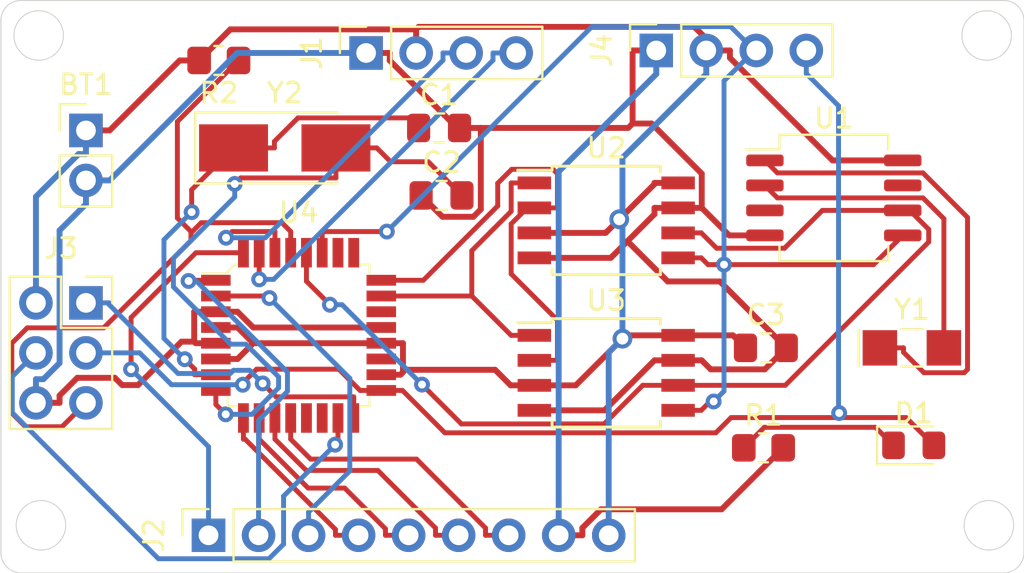
<source format=kicad_pcb>
(kicad_pcb (version 20171130) (host pcbnew "(5.1.7)-1")

  (general
    (thickness 1.6)
    (drawings 12)
    (tracks 356)
    (zones 0)
    (modules 17)
    (nets 25)
  )

  (page A4)
  (title_block
    (title "Arduino Battery Powered clone with EEPROM and Clock")
    (date 2021-01-03)
    (rev -)
    (company "Tech Explorations")
    (comment 1 "Designed by Gustavo Bertoli")
  )

  (layers
    (0 F.Cu signal)
    (1 In1.Cu power)
    (2 In2.Cu power)
    (31 B.Cu signal)
    (32 B.Adhes user)
    (33 F.Adhes user)
    (34 B.Paste user)
    (35 F.Paste user)
    (36 B.SilkS user)
    (37 F.SilkS user)
    (38 B.Mask user)
    (39 F.Mask user)
    (40 Dwgs.User user)
    (41 Cmts.User user)
    (42 Eco1.User user)
    (43 Eco2.User user)
    (44 Edge.Cuts user)
    (45 Margin user)
    (46 B.CrtYd user)
    (47 F.CrtYd user)
    (48 B.Fab user)
    (49 F.Fab user)
  )

  (setup
    (last_trace_width 0.25)
    (user_trace_width 0.3)
    (trace_clearance 0.2)
    (zone_clearance 0.508)
    (zone_45_only no)
    (trace_min 0.2)
    (via_size 0.8)
    (via_drill 0.4)
    (via_min_size 0.4)
    (via_min_drill 0.3)
    (user_via 1 0.6)
    (uvia_size 0.3)
    (uvia_drill 0.1)
    (uvias_allowed no)
    (uvia_min_size 0.2)
    (uvia_min_drill 0.1)
    (edge_width 0.05)
    (segment_width 0.2)
    (pcb_text_width 0.3)
    (pcb_text_size 1.5 1.5)
    (mod_edge_width 0.12)
    (mod_text_size 1 1)
    (mod_text_width 0.15)
    (pad_size 1.524 1.524)
    (pad_drill 0.762)
    (pad_to_mask_clearance 0)
    (aux_axis_origin 0 0)
    (visible_elements 7FFFFFFF)
    (pcbplotparams
      (layerselection 0x010fc_ffffffff)
      (usegerberextensions false)
      (usegerberattributes true)
      (usegerberadvancedattributes true)
      (creategerberjobfile true)
      (excludeedgelayer true)
      (linewidth 0.100000)
      (plotframeref false)
      (viasonmask false)
      (mode 1)
      (useauxorigin false)
      (hpglpennumber 1)
      (hpglpenspeed 20)
      (hpglpendiameter 15.000000)
      (psnegative false)
      (psa4output false)
      (plotreference true)
      (plotvalue true)
      (plotinvisibletext false)
      (padsonsilk false)
      (subtractmaskfromsilk false)
      (outputformat 1)
      (mirror false)
      (drillshape 1)
      (scaleselection 1)
      (outputdirectory ""))
  )

  (net 0 "")
  (net 1 /Vcc)
  (net 2 GNDPWR)
  (net 3 "Net-(C1-Pad1)")
  (net 4 "Net-(C2-Pad2)")
  (net 5 "Net-(D1-Pad1)")
  (net 6 /SCK)
  (net 7 /RX)
  (net 8 /TX)
  (net 9 /D2)
  (net 10 /D3)
  (net 11 /D4)
  (net 12 /D5)
  (net 13 /D6)
  (net 14 /D7)
  (net 15 /D8)
  (net 16 /MISO)
  (net 17 /MOSI)
  (net 18 /RESET)
  (net 19 /SDA)
  (net 20 "Net-(U1-Pad1)")
  (net 21 "Net-(U1-Pad2)")
  (net 22 /SCL)
  (net 23 /ADDS2)
  (net 24 /ADDS1)

  (net_class Default "This is the default net class."
    (clearance 0.2)
    (trace_width 0.25)
    (via_dia 0.8)
    (via_drill 0.4)
    (uvia_dia 0.3)
    (uvia_drill 0.1)
    (add_net /ADDS1)
    (add_net /ADDS2)
    (add_net /D2)
    (add_net /D3)
    (add_net /D4)
    (add_net /D5)
    (add_net /D6)
    (add_net /D7)
    (add_net /D8)
    (add_net /MISO)
    (add_net /MOSI)
    (add_net /RESET)
    (add_net /RX)
    (add_net /SCK)
    (add_net /SCL)
    (add_net /SDA)
    (add_net /TX)
    (add_net "Net-(C1-Pad1)")
    (add_net "Net-(C2-Pad2)")
    (add_net "Net-(D1-Pad1)")
    (add_net "Net-(U1-Pad1)")
    (add_net "Net-(U1-Pad2)")
  )

  (net_class Power ""
    (clearance 0.2)
    (trace_width 0.3)
    (via_dia 1)
    (via_drill 0.6)
    (uvia_dia 0.3)
    (uvia_drill 0.1)
    (add_net /Vcc)
    (add_net GNDPWR)
  )

  (module Connector_PinSocket_2.54mm:PinSocket_1x04_P2.54mm_Vertical (layer F.Cu) (tedit 5A19A429) (tstamp 5FF26F52)
    (at 135.255 88.9 90)
    (descr "Through hole straight socket strip, 1x04, 2.54mm pitch, single row (from Kicad 4.0.7), script generated")
    (tags "Through hole socket strip THT 1x04 2.54mm single row")
    (path /5FECED2B/5FEFDBED)
    (fp_text reference J1 (at 0 -2.77 90) (layer F.SilkS)
      (effects (font (size 1 1) (thickness 0.15)))
    )
    (fp_text value Serial (at 0 10.39 90) (layer F.Fab)
      (effects (font (size 1 1) (thickness 0.15)))
    )
    (fp_line (start -1.8 9.4) (end -1.8 -1.8) (layer F.CrtYd) (width 0.05))
    (fp_line (start 1.75 9.4) (end -1.8 9.4) (layer F.CrtYd) (width 0.05))
    (fp_line (start 1.75 -1.8) (end 1.75 9.4) (layer F.CrtYd) (width 0.05))
    (fp_line (start -1.8 -1.8) (end 1.75 -1.8) (layer F.CrtYd) (width 0.05))
    (fp_line (start 0 -1.33) (end 1.33 -1.33) (layer F.SilkS) (width 0.12))
    (fp_line (start 1.33 -1.33) (end 1.33 0) (layer F.SilkS) (width 0.12))
    (fp_line (start 1.33 1.27) (end 1.33 8.95) (layer F.SilkS) (width 0.12))
    (fp_line (start -1.33 8.95) (end 1.33 8.95) (layer F.SilkS) (width 0.12))
    (fp_line (start -1.33 1.27) (end -1.33 8.95) (layer F.SilkS) (width 0.12))
    (fp_line (start -1.33 1.27) (end 1.33 1.27) (layer F.SilkS) (width 0.12))
    (fp_line (start -1.27 8.89) (end -1.27 -1.27) (layer F.Fab) (width 0.1))
    (fp_line (start 1.27 8.89) (end -1.27 8.89) (layer F.Fab) (width 0.1))
    (fp_line (start 1.27 -0.635) (end 1.27 8.89) (layer F.Fab) (width 0.1))
    (fp_line (start 0.635 -1.27) (end 1.27 -0.635) (layer F.Fab) (width 0.1))
    (fp_line (start -1.27 -1.27) (end 0.635 -1.27) (layer F.Fab) (width 0.1))
    (fp_text user %R (at 0 3.81) (layer F.Fab)
      (effects (font (size 1 1) (thickness 0.15)))
    )
    (pad 4 thru_hole oval (at 0 7.62 90) (size 1.7 1.7) (drill 1) (layers *.Cu *.Mask)
      (net 8 /TX))
    (pad 3 thru_hole oval (at 0 5.08 90) (size 1.7 1.7) (drill 1) (layers *.Cu *.Mask)
      (net 7 /RX))
    (pad 2 thru_hole oval (at 0 2.54 90) (size 1.7 1.7) (drill 1) (layers *.Cu *.Mask)
      (net 1 /Vcc))
    (pad 1 thru_hole rect (at 0 0 90) (size 1.7 1.7) (drill 1) (layers *.Cu *.Mask)
      (net 2 GNDPWR))
    (model ${KISYS3DMOD}/Connector_PinSocket_2.54mm.3dshapes/PinSocket_1x04_P2.54mm_Vertical.wrl
      (at (xyz 0 0 0))
      (scale (xyz 1 1 1))
      (rotate (xyz 0 0 0))
    )
  )

  (module Connector_PinSocket_2.54mm:PinSocket_1x04_P2.54mm_Vertical (layer F.Cu) (tedit 5A19A429) (tstamp 5FF26FA3)
    (at 149.987 88.773 90)
    (descr "Through hole straight socket strip, 1x04, 2.54mm pitch, single row (from Kicad 4.0.7), script generated")
    (tags "Through hole socket strip THT 1x04 2.54mm single row")
    (path /5FECED2B/5FEFC834)
    (fp_text reference J4 (at 0 -2.77 90) (layer F.SilkS)
      (effects (font (size 1 1) (thickness 0.15)))
    )
    (fp_text value I2C (at 0 10.39 90) (layer F.Fab)
      (effects (font (size 1 1) (thickness 0.15)))
    )
    (fp_line (start -1.27 -1.27) (end 0.635 -1.27) (layer F.Fab) (width 0.1))
    (fp_line (start 0.635 -1.27) (end 1.27 -0.635) (layer F.Fab) (width 0.1))
    (fp_line (start 1.27 -0.635) (end 1.27 8.89) (layer F.Fab) (width 0.1))
    (fp_line (start 1.27 8.89) (end -1.27 8.89) (layer F.Fab) (width 0.1))
    (fp_line (start -1.27 8.89) (end -1.27 -1.27) (layer F.Fab) (width 0.1))
    (fp_line (start -1.33 1.27) (end 1.33 1.27) (layer F.SilkS) (width 0.12))
    (fp_line (start -1.33 1.27) (end -1.33 8.95) (layer F.SilkS) (width 0.12))
    (fp_line (start -1.33 8.95) (end 1.33 8.95) (layer F.SilkS) (width 0.12))
    (fp_line (start 1.33 1.27) (end 1.33 8.95) (layer F.SilkS) (width 0.12))
    (fp_line (start 1.33 -1.33) (end 1.33 0) (layer F.SilkS) (width 0.12))
    (fp_line (start 0 -1.33) (end 1.33 -1.33) (layer F.SilkS) (width 0.12))
    (fp_line (start -1.8 -1.8) (end 1.75 -1.8) (layer F.CrtYd) (width 0.05))
    (fp_line (start 1.75 -1.8) (end 1.75 9.4) (layer F.CrtYd) (width 0.05))
    (fp_line (start 1.75 9.4) (end -1.8 9.4) (layer F.CrtYd) (width 0.05))
    (fp_line (start -1.8 9.4) (end -1.8 -1.8) (layer F.CrtYd) (width 0.05))
    (fp_text user %R (at 0 3.81) (layer F.Fab)
      (effects (font (size 1 1) (thickness 0.15)))
    )
    (pad 4 thru_hole oval (at 0 7.62 90) (size 1.7 1.7) (drill 1) (layers *.Cu *.Mask)
      (net 6 /SCK))
    (pad 3 thru_hole oval (at 0 5.08 90) (size 1.7 1.7) (drill 1) (layers *.Cu *.Mask)
      (net 19 /SDA))
    (pad 2 thru_hole oval (at 0 2.54 90) (size 1.7 1.7) (drill 1) (layers *.Cu *.Mask)
      (net 1 /Vcc))
    (pad 1 thru_hole rect (at 0 0 90) (size 1.7 1.7) (drill 1) (layers *.Cu *.Mask)
      (net 2 GNDPWR))
    (model ${KISYS3DMOD}/Connector_PinSocket_2.54mm.3dshapes/PinSocket_1x04_P2.54mm_Vertical.wrl
      (at (xyz 0 0 0))
      (scale (xyz 1 1 1))
      (rotate (xyz 0 0 0))
    )
  )

  (module Connector_PinSocket_2.54mm:PinSocket_2x03_P2.54mm_Vertical (layer F.Cu) (tedit 5A19A425) (tstamp 5FF26F8B)
    (at 121.031 101.6)
    (descr "Through hole straight socket strip, 2x03, 2.54mm pitch, double cols (from Kicad 4.0.7), script generated")
    (tags "Through hole socket strip THT 2x03 2.54mm double row")
    (path /5FECED2B/5FEFD130)
    (fp_text reference J3 (at -1.27 -2.77) (layer F.SilkS)
      (effects (font (size 1 1) (thickness 0.15)))
    )
    (fp_text value ICSP (at -1.27 7.85) (layer F.Fab)
      (effects (font (size 1 1) (thickness 0.15)))
    )
    (fp_line (start -3.81 -1.27) (end 0.27 -1.27) (layer F.Fab) (width 0.1))
    (fp_line (start 0.27 -1.27) (end 1.27 -0.27) (layer F.Fab) (width 0.1))
    (fp_line (start 1.27 -0.27) (end 1.27 6.35) (layer F.Fab) (width 0.1))
    (fp_line (start 1.27 6.35) (end -3.81 6.35) (layer F.Fab) (width 0.1))
    (fp_line (start -3.81 6.35) (end -3.81 -1.27) (layer F.Fab) (width 0.1))
    (fp_line (start -3.87 -1.33) (end -1.27 -1.33) (layer F.SilkS) (width 0.12))
    (fp_line (start -3.87 -1.33) (end -3.87 6.41) (layer F.SilkS) (width 0.12))
    (fp_line (start -3.87 6.41) (end 1.33 6.41) (layer F.SilkS) (width 0.12))
    (fp_line (start 1.33 1.27) (end 1.33 6.41) (layer F.SilkS) (width 0.12))
    (fp_line (start -1.27 1.27) (end 1.33 1.27) (layer F.SilkS) (width 0.12))
    (fp_line (start -1.27 -1.33) (end -1.27 1.27) (layer F.SilkS) (width 0.12))
    (fp_line (start 1.33 -1.33) (end 1.33 0) (layer F.SilkS) (width 0.12))
    (fp_line (start 0 -1.33) (end 1.33 -1.33) (layer F.SilkS) (width 0.12))
    (fp_line (start -4.34 -1.8) (end 1.76 -1.8) (layer F.CrtYd) (width 0.05))
    (fp_line (start 1.76 -1.8) (end 1.76 6.85) (layer F.CrtYd) (width 0.05))
    (fp_line (start 1.76 6.85) (end -4.34 6.85) (layer F.CrtYd) (width 0.05))
    (fp_line (start -4.34 6.85) (end -4.34 -1.8) (layer F.CrtYd) (width 0.05))
    (fp_text user %R (at -1.27 2.54 90) (layer F.Fab)
      (effects (font (size 1 1) (thickness 0.15)))
    )
    (pad 6 thru_hole oval (at -2.54 5.08) (size 1.7 1.7) (drill 1) (layers *.Cu *.Mask)
      (net 2 GNDPWR))
    (pad 5 thru_hole oval (at 0 5.08) (size 1.7 1.7) (drill 1) (layers *.Cu *.Mask)
      (net 18 /RESET))
    (pad 4 thru_hole oval (at -2.54 2.54) (size 1.7 1.7) (drill 1) (layers *.Cu *.Mask)
      (net 17 /MOSI))
    (pad 3 thru_hole oval (at 0 2.54) (size 1.7 1.7) (drill 1) (layers *.Cu *.Mask)
      (net 6 /SCK))
    (pad 2 thru_hole oval (at -2.54 0) (size 1.7 1.7) (drill 1) (layers *.Cu *.Mask)
      (net 1 /Vcc))
    (pad 1 thru_hole rect (at 0 0) (size 1.7 1.7) (drill 1) (layers *.Cu *.Mask)
      (net 16 /MISO))
    (model ${KISYS3DMOD}/Connector_PinSocket_2.54mm.3dshapes/PinSocket_2x03_P2.54mm_Vertical.wrl
      (at (xyz 0 0 0))
      (scale (xyz 1 1 1))
      (rotate (xyz 0 0 0))
    )
  )

  (module Connector_PinSocket_2.54mm:PinSocket_1x09_P2.54mm_Vertical (layer F.Cu) (tedit 5A19A431) (tstamp 5FF26F6F)
    (at 127.254 113.411 90)
    (descr "Through hole straight socket strip, 1x09, 2.54mm pitch, single row (from Kicad 4.0.7), script generated")
    (tags "Through hole socket strip THT 1x09 2.54mm single row")
    (path /5FECED2B/5FEFBC57)
    (fp_text reference J2 (at 0 -2.77 90) (layer F.SilkS)
      (effects (font (size 1 1) (thickness 0.15)))
    )
    (fp_text value "Digital Pins" (at 2.794 14.097 180) (layer F.Fab)
      (effects (font (size 1 1) (thickness 0.15)))
    )
    (fp_line (start -1.27 -1.27) (end 0.635 -1.27) (layer F.Fab) (width 0.1))
    (fp_line (start 0.635 -1.27) (end 1.27 -0.635) (layer F.Fab) (width 0.1))
    (fp_line (start 1.27 -0.635) (end 1.27 21.59) (layer F.Fab) (width 0.1))
    (fp_line (start 1.27 21.59) (end -1.27 21.59) (layer F.Fab) (width 0.1))
    (fp_line (start -1.27 21.59) (end -1.27 -1.27) (layer F.Fab) (width 0.1))
    (fp_line (start -1.33 1.27) (end 1.33 1.27) (layer F.SilkS) (width 0.12))
    (fp_line (start -1.33 1.27) (end -1.33 21.65) (layer F.SilkS) (width 0.12))
    (fp_line (start -1.33 21.65) (end 1.33 21.65) (layer F.SilkS) (width 0.12))
    (fp_line (start 1.33 1.27) (end 1.33 21.65) (layer F.SilkS) (width 0.12))
    (fp_line (start 1.33 -1.33) (end 1.33 0) (layer F.SilkS) (width 0.12))
    (fp_line (start 0 -1.33) (end 1.33 -1.33) (layer F.SilkS) (width 0.12))
    (fp_line (start -1.8 -1.8) (end 1.75 -1.8) (layer F.CrtYd) (width 0.05))
    (fp_line (start 1.75 -1.8) (end 1.75 22.1) (layer F.CrtYd) (width 0.05))
    (fp_line (start 1.75 22.1) (end -1.8 22.1) (layer F.CrtYd) (width 0.05))
    (fp_line (start -1.8 22.1) (end -1.8 -1.8) (layer F.CrtYd) (width 0.05))
    (fp_text user %R (at 0 10.16) (layer F.Fab)
      (effects (font (size 1 1) (thickness 0.15)))
    )
    (pad 9 thru_hole oval (at 0 20.32 90) (size 1.7 1.7) (drill 1) (layers *.Cu *.Mask)
      (net 1 /Vcc))
    (pad 8 thru_hole oval (at 0 17.78 90) (size 1.7 1.7) (drill 1) (layers *.Cu *.Mask)
      (net 2 GNDPWR))
    (pad 7 thru_hole oval (at 0 15.24 90) (size 1.7 1.7) (drill 1) (layers *.Cu *.Mask)
      (net 15 /D8))
    (pad 6 thru_hole oval (at 0 12.7 90) (size 1.7 1.7) (drill 1) (layers *.Cu *.Mask)
      (net 14 /D7))
    (pad 5 thru_hole oval (at 0 10.16 90) (size 1.7 1.7) (drill 1) (layers *.Cu *.Mask)
      (net 13 /D6))
    (pad 4 thru_hole oval (at 0 7.62 90) (size 1.7 1.7) (drill 1) (layers *.Cu *.Mask)
      (net 12 /D5))
    (pad 3 thru_hole oval (at 0 5.08 90) (size 1.7 1.7) (drill 1) (layers *.Cu *.Mask)
      (net 11 /D4))
    (pad 2 thru_hole oval (at 0 2.54 90) (size 1.7 1.7) (drill 1) (layers *.Cu *.Mask)
      (net 10 /D3))
    (pad 1 thru_hole rect (at 0 0 90) (size 1.7 1.7) (drill 1) (layers *.Cu *.Mask)
      (net 9 /D2))
    (model ${KISYS3DMOD}/Connector_PinSocket_2.54mm.3dshapes/PinSocket_1x09_P2.54mm_Vertical.wrl
      (at (xyz 0 0 0))
      (scale (xyz 1 1 1))
      (rotate (xyz 0 0 0))
    )
  )

  (module Connector_PinHeader_2.54mm:PinHeader_1x02_P2.54mm_Vertical (layer F.Cu) (tedit 59FED5CC) (tstamp 5FF26EF4)
    (at 121.031 92.837)
    (descr "Through hole straight pin header, 1x02, 2.54mm pitch, single row")
    (tags "Through hole pin header THT 1x02 2.54mm single row")
    (path /5FEC8B7D)
    (fp_text reference BT1 (at 0 -2.33) (layer F.SilkS)
      (effects (font (size 1 1) (thickness 0.15)))
    )
    (fp_text value "Battery 3V" (at 0 4.87) (layer F.Fab)
      (effects (font (size 1 1) (thickness 0.15)))
    )
    (fp_line (start -0.635 -1.27) (end 1.27 -1.27) (layer F.Fab) (width 0.1))
    (fp_line (start 1.27 -1.27) (end 1.27 3.81) (layer F.Fab) (width 0.1))
    (fp_line (start 1.27 3.81) (end -1.27 3.81) (layer F.Fab) (width 0.1))
    (fp_line (start -1.27 3.81) (end -1.27 -0.635) (layer F.Fab) (width 0.1))
    (fp_line (start -1.27 -0.635) (end -0.635 -1.27) (layer F.Fab) (width 0.1))
    (fp_line (start -1.33 3.87) (end 1.33 3.87) (layer F.SilkS) (width 0.12))
    (fp_line (start -1.33 1.27) (end -1.33 3.87) (layer F.SilkS) (width 0.12))
    (fp_line (start 1.33 1.27) (end 1.33 3.87) (layer F.SilkS) (width 0.12))
    (fp_line (start -1.33 1.27) (end 1.33 1.27) (layer F.SilkS) (width 0.12))
    (fp_line (start -1.33 0) (end -1.33 -1.33) (layer F.SilkS) (width 0.12))
    (fp_line (start -1.33 -1.33) (end 0 -1.33) (layer F.SilkS) (width 0.12))
    (fp_line (start -1.8 -1.8) (end -1.8 4.35) (layer F.CrtYd) (width 0.05))
    (fp_line (start -1.8 4.35) (end 1.8 4.35) (layer F.CrtYd) (width 0.05))
    (fp_line (start 1.8 4.35) (end 1.8 -1.8) (layer F.CrtYd) (width 0.05))
    (fp_line (start 1.8 -1.8) (end -1.8 -1.8) (layer F.CrtYd) (width 0.05))
    (fp_text user %R (at 0 1.27 90) (layer F.Fab)
      (effects (font (size 1 1) (thickness 0.15)))
    )
    (pad 1 thru_hole rect (at 0 0) (size 1.7 1.7) (drill 1) (layers *.Cu *.Mask)
      (net 1 /Vcc))
    (pad 2 thru_hole oval (at 0 2.54) (size 1.7 1.7) (drill 1) (layers *.Cu *.Mask)
      (net 2 GNDPWR))
    (model ${KISYS3DMOD}/Connector_PinHeader_2.54mm.3dshapes/PinHeader_1x02_P2.54mm_Vertical.wrl
      (at (xyz 0 0 0))
      (scale (xyz 1 1 1))
      (rotate (xyz 0 0 0))
    )
  )

  (module Capacitor_SMD:C_0805_2012Metric_Pad1.18x1.45mm_HandSolder (layer F.Cu) (tedit 5F68FEEF) (tstamp 5FF26F05)
    (at 138.96 92.71)
    (descr "Capacitor SMD 0805 (2012 Metric), square (rectangular) end terminal, IPC_7351 nominal with elongated pad for handsoldering. (Body size source: IPC-SM-782 page 76, https://www.pcb-3d.com/wordpress/wp-content/uploads/ipc-sm-782a_amendment_1_and_2.pdf, https://docs.google.com/spreadsheets/d/1BsfQQcO9C6DZCsRaXUlFlo91Tg2WpOkGARC1WS5S8t0/edit?usp=sharing), generated with kicad-footprint-generator")
    (tags "capacitor handsolder")
    (path /5FEC9734)
    (attr smd)
    (fp_text reference C1 (at 0 -1.68) (layer F.SilkS)
      (effects (font (size 1 1) (thickness 0.15)))
    )
    (fp_text value 22pF (at 0 1.68) (layer F.Fab)
      (effects (font (size 1 1) (thickness 0.15)))
    )
    (fp_line (start -1 0.625) (end -1 -0.625) (layer F.Fab) (width 0.1))
    (fp_line (start -1 -0.625) (end 1 -0.625) (layer F.Fab) (width 0.1))
    (fp_line (start 1 -0.625) (end 1 0.625) (layer F.Fab) (width 0.1))
    (fp_line (start 1 0.625) (end -1 0.625) (layer F.Fab) (width 0.1))
    (fp_line (start -0.261252 -0.735) (end 0.261252 -0.735) (layer F.SilkS) (width 0.12))
    (fp_line (start -0.261252 0.735) (end 0.261252 0.735) (layer F.SilkS) (width 0.12))
    (fp_line (start -1.88 0.98) (end -1.88 -0.98) (layer F.CrtYd) (width 0.05))
    (fp_line (start -1.88 -0.98) (end 1.88 -0.98) (layer F.CrtYd) (width 0.05))
    (fp_line (start 1.88 -0.98) (end 1.88 0.98) (layer F.CrtYd) (width 0.05))
    (fp_line (start 1.88 0.98) (end -1.88 0.98) (layer F.CrtYd) (width 0.05))
    (fp_text user %R (at 0 0) (layer F.Fab)
      (effects (font (size 0.5 0.5) (thickness 0.08)))
    )
    (pad 1 smd roundrect (at -1.0375 0) (size 1.175 1.45) (layers F.Cu F.Paste F.Mask) (roundrect_rratio 0.212766)
      (net 3 "Net-(C1-Pad1)"))
    (pad 2 smd roundrect (at 1.0375 0) (size 1.175 1.45) (layers F.Cu F.Paste F.Mask) (roundrect_rratio 0.212766)
      (net 2 GNDPWR))
    (model ${KISYS3DMOD}/Capacitor_SMD.3dshapes/C_0805_2012Metric.wrl
      (at (xyz 0 0 0))
      (scale (xyz 1 1 1))
      (rotate (xyz 0 0 0))
    )
  )

  (module Capacitor_SMD:C_0805_2012Metric_Pad1.18x1.45mm_HandSolder (layer F.Cu) (tedit 5F68FEEF) (tstamp 5FF27DAD)
    (at 139.086 96.139)
    (descr "Capacitor SMD 0805 (2012 Metric), square (rectangular) end terminal, IPC_7351 nominal with elongated pad for handsoldering. (Body size source: IPC-SM-782 page 76, https://www.pcb-3d.com/wordpress/wp-content/uploads/ipc-sm-782a_amendment_1_and_2.pdf, https://docs.google.com/spreadsheets/d/1BsfQQcO9C6DZCsRaXUlFlo91Tg2WpOkGARC1WS5S8t0/edit?usp=sharing), generated with kicad-footprint-generator")
    (tags "capacitor handsolder")
    (path /5FECA608)
    (attr smd)
    (fp_text reference C2 (at 0 -1.68) (layer F.SilkS)
      (effects (font (size 1 1) (thickness 0.15)))
    )
    (fp_text value 22pF (at 0 1.68) (layer F.Fab)
      (effects (font (size 1 1) (thickness 0.15)))
    )
    (fp_line (start 1.88 0.98) (end -1.88 0.98) (layer F.CrtYd) (width 0.05))
    (fp_line (start 1.88 -0.98) (end 1.88 0.98) (layer F.CrtYd) (width 0.05))
    (fp_line (start -1.88 -0.98) (end 1.88 -0.98) (layer F.CrtYd) (width 0.05))
    (fp_line (start -1.88 0.98) (end -1.88 -0.98) (layer F.CrtYd) (width 0.05))
    (fp_line (start -0.261252 0.735) (end 0.261252 0.735) (layer F.SilkS) (width 0.12))
    (fp_line (start -0.261252 -0.735) (end 0.261252 -0.735) (layer F.SilkS) (width 0.12))
    (fp_line (start 1 0.625) (end -1 0.625) (layer F.Fab) (width 0.1))
    (fp_line (start 1 -0.625) (end 1 0.625) (layer F.Fab) (width 0.1))
    (fp_line (start -1 -0.625) (end 1 -0.625) (layer F.Fab) (width 0.1))
    (fp_line (start -1 0.625) (end -1 -0.625) (layer F.Fab) (width 0.1))
    (fp_text user %R (at 0 0) (layer F.Fab)
      (effects (font (size 0.5 0.5) (thickness 0.08)))
    )
    (pad 2 smd roundrect (at 1.0375 0) (size 1.175 1.45) (layers F.Cu F.Paste F.Mask) (roundrect_rratio 0.212766)
      (net 4 "Net-(C2-Pad2)"))
    (pad 1 smd roundrect (at -1.0375 0) (size 1.175 1.45) (layers F.Cu F.Paste F.Mask) (roundrect_rratio 0.212766)
      (net 2 GNDPWR))
    (model ${KISYS3DMOD}/Capacitor_SMD.3dshapes/C_0805_2012Metric.wrl
      (at (xyz 0 0 0))
      (scale (xyz 1 1 1))
      (rotate (xyz 0 0 0))
    )
  )

  (module Capacitor_SMD:C_0805_2012Metric_Pad1.18x1.45mm_HandSolder (layer F.Cu) (tedit 5F68FEEF) (tstamp 5FF27BA7)
    (at 155.554 103.886)
    (descr "Capacitor SMD 0805 (2012 Metric), square (rectangular) end terminal, IPC_7351 nominal with elongated pad for handsoldering. (Body size source: IPC-SM-782 page 76, https://www.pcb-3d.com/wordpress/wp-content/uploads/ipc-sm-782a_amendment_1_and_2.pdf, https://docs.google.com/spreadsheets/d/1BsfQQcO9C6DZCsRaXUlFlo91Tg2WpOkGARC1WS5S8t0/edit?usp=sharing), generated with kicad-footprint-generator")
    (tags "capacitor handsolder")
    (path /5FECAB1B)
    (attr smd)
    (fp_text reference C3 (at 0 -1.68) (layer F.SilkS)
      (effects (font (size 1 1) (thickness 0.15)))
    )
    (fp_text value 10uF (at 0 1.68) (layer F.Fab)
      (effects (font (size 1 1) (thickness 0.15)))
    )
    (fp_line (start -1 0.625) (end -1 -0.625) (layer F.Fab) (width 0.1))
    (fp_line (start -1 -0.625) (end 1 -0.625) (layer F.Fab) (width 0.1))
    (fp_line (start 1 -0.625) (end 1 0.625) (layer F.Fab) (width 0.1))
    (fp_line (start 1 0.625) (end -1 0.625) (layer F.Fab) (width 0.1))
    (fp_line (start -0.261252 -0.735) (end 0.261252 -0.735) (layer F.SilkS) (width 0.12))
    (fp_line (start -0.261252 0.735) (end 0.261252 0.735) (layer F.SilkS) (width 0.12))
    (fp_line (start -1.88 0.98) (end -1.88 -0.98) (layer F.CrtYd) (width 0.05))
    (fp_line (start -1.88 -0.98) (end 1.88 -0.98) (layer F.CrtYd) (width 0.05))
    (fp_line (start 1.88 -0.98) (end 1.88 0.98) (layer F.CrtYd) (width 0.05))
    (fp_line (start 1.88 0.98) (end -1.88 0.98) (layer F.CrtYd) (width 0.05))
    (fp_text user %R (at 0 0) (layer F.Fab)
      (effects (font (size 0.5 0.5) (thickness 0.08)))
    )
    (pad 1 smd roundrect (at -1.0375 0) (size 1.175 1.45) (layers F.Cu F.Paste F.Mask) (roundrect_rratio 0.212766)
      (net 1 /Vcc))
    (pad 2 smd roundrect (at 1.0375 0) (size 1.175 1.45) (layers F.Cu F.Paste F.Mask) (roundrect_rratio 0.212766)
      (net 2 GNDPWR))
    (model ${KISYS3DMOD}/Capacitor_SMD.3dshapes/C_0805_2012Metric.wrl
      (at (xyz 0 0 0))
      (scale (xyz 1 1 1))
      (rotate (xyz 0 0 0))
    )
  )

  (module LED_SMD:LED_0805_2012Metric_Pad1.15x1.40mm_HandSolder (layer F.Cu) (tedit 5F68FEF1) (tstamp 5FF26F3A)
    (at 163.059 108.839)
    (descr "LED SMD 0805 (2012 Metric), square (rectangular) end terminal, IPC_7351 nominal, (Body size source: https://docs.google.com/spreadsheets/d/1BsfQQcO9C6DZCsRaXUlFlo91Tg2WpOkGARC1WS5S8t0/edit?usp=sharing), generated with kicad-footprint-generator")
    (tags "LED handsolder")
    (path /5FECBB5B)
    (attr smd)
    (fp_text reference D1 (at 0 -1.65) (layer F.SilkS)
      (effects (font (size 1 1) (thickness 0.15)))
    )
    (fp_text value LED (at 0 1.65) (layer F.Fab)
      (effects (font (size 1 1) (thickness 0.15)))
    )
    (fp_line (start 1 -0.6) (end -0.7 -0.6) (layer F.Fab) (width 0.1))
    (fp_line (start -0.7 -0.6) (end -1 -0.3) (layer F.Fab) (width 0.1))
    (fp_line (start -1 -0.3) (end -1 0.6) (layer F.Fab) (width 0.1))
    (fp_line (start -1 0.6) (end 1 0.6) (layer F.Fab) (width 0.1))
    (fp_line (start 1 0.6) (end 1 -0.6) (layer F.Fab) (width 0.1))
    (fp_line (start 1 -0.96) (end -1.86 -0.96) (layer F.SilkS) (width 0.12))
    (fp_line (start -1.86 -0.96) (end -1.86 0.96) (layer F.SilkS) (width 0.12))
    (fp_line (start -1.86 0.96) (end 1 0.96) (layer F.SilkS) (width 0.12))
    (fp_line (start -1.85 0.95) (end -1.85 -0.95) (layer F.CrtYd) (width 0.05))
    (fp_line (start -1.85 -0.95) (end 1.85 -0.95) (layer F.CrtYd) (width 0.05))
    (fp_line (start 1.85 -0.95) (end 1.85 0.95) (layer F.CrtYd) (width 0.05))
    (fp_line (start 1.85 0.95) (end -1.85 0.95) (layer F.CrtYd) (width 0.05))
    (fp_text user %R (at 0 0) (layer F.Fab)
      (effects (font (size 0.5 0.5) (thickness 0.08)))
    )
    (pad 1 smd roundrect (at -1.025 0) (size 1.15 1.4) (layers F.Cu F.Paste F.Mask) (roundrect_rratio 0.217391)
      (net 5 "Net-(D1-Pad1)"))
    (pad 2 smd roundrect (at 1.025 0) (size 1.15 1.4) (layers F.Cu F.Paste F.Mask) (roundrect_rratio 0.217391)
      (net 6 /SCK))
    (model ${KISYS3DMOD}/LED_SMD.3dshapes/LED_0805_2012Metric.wrl
      (at (xyz 0 0 0))
      (scale (xyz 1 1 1))
      (rotate (xyz 0 0 0))
    )
  )

  (module Resistor_SMD:R_0805_2012Metric_Pad1.20x1.40mm_HandSolder (layer F.Cu) (tedit 5F68FEEE) (tstamp 5FF26FB4)
    (at 155.432 108.966)
    (descr "Resistor SMD 0805 (2012 Metric), square (rectangular) end terminal, IPC_7351 nominal with elongated pad for handsoldering. (Body size source: IPC-SM-782 page 72, https://www.pcb-3d.com/wordpress/wp-content/uploads/ipc-sm-782a_amendment_1_and_2.pdf), generated with kicad-footprint-generator")
    (tags "resistor handsolder")
    (path /5FECC886)
    (attr smd)
    (fp_text reference R1 (at 0 -1.65) (layer F.SilkS)
      (effects (font (size 1 1) (thickness 0.15)))
    )
    (fp_text value 330Ohm (at 0 1.65) (layer F.Fab)
      (effects (font (size 1 1) (thickness 0.15)))
    )
    (fp_line (start -1 0.625) (end -1 -0.625) (layer F.Fab) (width 0.1))
    (fp_line (start -1 -0.625) (end 1 -0.625) (layer F.Fab) (width 0.1))
    (fp_line (start 1 -0.625) (end 1 0.625) (layer F.Fab) (width 0.1))
    (fp_line (start 1 0.625) (end -1 0.625) (layer F.Fab) (width 0.1))
    (fp_line (start -0.227064 -0.735) (end 0.227064 -0.735) (layer F.SilkS) (width 0.12))
    (fp_line (start -0.227064 0.735) (end 0.227064 0.735) (layer F.SilkS) (width 0.12))
    (fp_line (start -1.85 0.95) (end -1.85 -0.95) (layer F.CrtYd) (width 0.05))
    (fp_line (start -1.85 -0.95) (end 1.85 -0.95) (layer F.CrtYd) (width 0.05))
    (fp_line (start 1.85 -0.95) (end 1.85 0.95) (layer F.CrtYd) (width 0.05))
    (fp_line (start 1.85 0.95) (end -1.85 0.95) (layer F.CrtYd) (width 0.05))
    (fp_text user %R (at 0 0) (layer F.Fab)
      (effects (font (size 0.5 0.5) (thickness 0.08)))
    )
    (pad 1 smd roundrect (at -1 0) (size 1.2 1.4) (layers F.Cu F.Paste F.Mask) (roundrect_rratio 0.208333)
      (net 5 "Net-(D1-Pad1)"))
    (pad 2 smd roundrect (at 1 0) (size 1.2 1.4) (layers F.Cu F.Paste F.Mask) (roundrect_rratio 0.208333)
      (net 2 GNDPWR))
    (model ${KISYS3DMOD}/Resistor_SMD.3dshapes/R_0805_2012Metric.wrl
      (at (xyz 0 0 0))
      (scale (xyz 1 1 1))
      (rotate (xyz 0 0 0))
    )
  )

  (module Resistor_SMD:R_0805_2012Metric_Pad1.20x1.40mm_HandSolder (layer F.Cu) (tedit 5F68FEEE) (tstamp 5FF27B35)
    (at 127.778 89.281 180)
    (descr "Resistor SMD 0805 (2012 Metric), square (rectangular) end terminal, IPC_7351 nominal with elongated pad for handsoldering. (Body size source: IPC-SM-782 page 72, https://www.pcb-3d.com/wordpress/wp-content/uploads/ipc-sm-782a_amendment_1_and_2.pdf), generated with kicad-footprint-generator")
    (tags "resistor handsolder")
    (path /5FECD0AF)
    (attr smd)
    (fp_text reference R2 (at 0 -1.65) (layer F.SilkS)
      (effects (font (size 1 1) (thickness 0.15)))
    )
    (fp_text value 10kOhm (at 0 1.65) (layer F.Fab)
      (effects (font (size 1 1) (thickness 0.15)))
    )
    (fp_line (start 1.85 0.95) (end -1.85 0.95) (layer F.CrtYd) (width 0.05))
    (fp_line (start 1.85 -0.95) (end 1.85 0.95) (layer F.CrtYd) (width 0.05))
    (fp_line (start -1.85 -0.95) (end 1.85 -0.95) (layer F.CrtYd) (width 0.05))
    (fp_line (start -1.85 0.95) (end -1.85 -0.95) (layer F.CrtYd) (width 0.05))
    (fp_line (start -0.227064 0.735) (end 0.227064 0.735) (layer F.SilkS) (width 0.12))
    (fp_line (start -0.227064 -0.735) (end 0.227064 -0.735) (layer F.SilkS) (width 0.12))
    (fp_line (start 1 0.625) (end -1 0.625) (layer F.Fab) (width 0.1))
    (fp_line (start 1 -0.625) (end 1 0.625) (layer F.Fab) (width 0.1))
    (fp_line (start -1 -0.625) (end 1 -0.625) (layer F.Fab) (width 0.1))
    (fp_line (start -1 0.625) (end -1 -0.625) (layer F.Fab) (width 0.1))
    (fp_text user %R (at 0 0) (layer F.Fab)
      (effects (font (size 0.5 0.5) (thickness 0.08)))
    )
    (pad 2 smd roundrect (at 1 0 180) (size 1.2 1.4) (layers F.Cu F.Paste F.Mask) (roundrect_rratio 0.208333)
      (net 1 /Vcc))
    (pad 1 smd roundrect (at -1 0 180) (size 1.2 1.4) (layers F.Cu F.Paste F.Mask) (roundrect_rratio 0.208333)
      (net 18 /RESET))
    (model ${KISYS3DMOD}/Resistor_SMD.3dshapes/R_0805_2012Metric.wrl
      (at (xyz 0 0 0))
      (scale (xyz 1 1 1))
      (rotate (xyz 0 0 0))
    )
  )

  (module Package_SO:SO-8_5.3x6.2mm_P1.27mm (layer F.Cu) (tedit 5EA5315B) (tstamp 5FF26FE4)
    (at 159.004 96.266)
    (descr "SO, 8 Pin (https://www.ti.com/lit/ml/msop001a/msop001a.pdf), generated with kicad-footprint-generator ipc_gullwing_generator.py")
    (tags "SO SO")
    (path /5FF0BCB7)
    (attr smd)
    (fp_text reference U1 (at 0 -4.05) (layer F.SilkS)
      (effects (font (size 1 1) (thickness 0.15)))
    )
    (fp_text value DS1337S+ (at 0 4.05) (layer F.Fab)
      (effects (font (size 1 1) (thickness 0.15)))
    )
    (fp_line (start 0 3.21) (end 2.76 3.21) (layer F.SilkS) (width 0.12))
    (fp_line (start 2.76 3.21) (end 2.76 2.465) (layer F.SilkS) (width 0.12))
    (fp_line (start 0 3.21) (end -2.76 3.21) (layer F.SilkS) (width 0.12))
    (fp_line (start -2.76 3.21) (end -2.76 2.465) (layer F.SilkS) (width 0.12))
    (fp_line (start 0 -3.21) (end 2.76 -3.21) (layer F.SilkS) (width 0.12))
    (fp_line (start 2.76 -3.21) (end 2.76 -2.465) (layer F.SilkS) (width 0.12))
    (fp_line (start 0 -3.21) (end -2.76 -3.21) (layer F.SilkS) (width 0.12))
    (fp_line (start -2.76 -3.21) (end -2.76 -2.465) (layer F.SilkS) (width 0.12))
    (fp_line (start -2.76 -2.465) (end -4.45 -2.465) (layer F.SilkS) (width 0.12))
    (fp_line (start -1.65 -3.1) (end 2.65 -3.1) (layer F.Fab) (width 0.1))
    (fp_line (start 2.65 -3.1) (end 2.65 3.1) (layer F.Fab) (width 0.1))
    (fp_line (start 2.65 3.1) (end -2.65 3.1) (layer F.Fab) (width 0.1))
    (fp_line (start -2.65 3.1) (end -2.65 -2.1) (layer F.Fab) (width 0.1))
    (fp_line (start -2.65 -2.1) (end -1.65 -3.1) (layer F.Fab) (width 0.1))
    (fp_line (start -4.7 -3.35) (end -4.7 3.35) (layer F.CrtYd) (width 0.05))
    (fp_line (start -4.7 3.35) (end 4.7 3.35) (layer F.CrtYd) (width 0.05))
    (fp_line (start 4.7 3.35) (end 4.7 -3.35) (layer F.CrtYd) (width 0.05))
    (fp_line (start 4.7 -3.35) (end -4.7 -3.35) (layer F.CrtYd) (width 0.05))
    (fp_text user %R (at 0 0) (layer F.Fab)
      (effects (font (size 1 1) (thickness 0.15)))
    )
    (pad 1 smd roundrect (at -3.5 -1.905) (size 1.9 0.6) (layers F.Cu F.Paste F.Mask) (roundrect_rratio 0.25)
      (net 20 "Net-(U1-Pad1)"))
    (pad 2 smd roundrect (at -3.5 -0.635) (size 1.9 0.6) (layers F.Cu F.Paste F.Mask) (roundrect_rratio 0.25)
      (net 21 "Net-(U1-Pad2)"))
    (pad 3 smd roundrect (at -3.5 0.635) (size 1.9 0.6) (layers F.Cu F.Paste F.Mask) (roundrect_rratio 0.25))
    (pad 4 smd roundrect (at -3.5 1.905) (size 1.9 0.6) (layers F.Cu F.Paste F.Mask) (roundrect_rratio 0.25)
      (net 2 GNDPWR))
    (pad 5 smd roundrect (at 3.5 1.905) (size 1.9 0.6) (layers F.Cu F.Paste F.Mask) (roundrect_rratio 0.25)
      (net 19 /SDA))
    (pad 6 smd roundrect (at 3.5 0.635) (size 1.9 0.6) (layers F.Cu F.Paste F.Mask) (roundrect_rratio 0.25)
      (net 22 /SCL))
    (pad 7 smd roundrect (at 3.5 -0.635) (size 1.9 0.6) (layers F.Cu F.Paste F.Mask) (roundrect_rratio 0.25))
    (pad 8 smd roundrect (at 3.5 -1.905) (size 1.9 0.6) (layers F.Cu F.Paste F.Mask) (roundrect_rratio 0.25)
      (net 1 /Vcc))
    (model ${KISYS3DMOD}/Package_SO.3dshapes/SO-8_5.3x6.2mm_P1.27mm.wrl
      (at (xyz 0 0 0))
      (scale (xyz 1 1 1))
      (rotate (xyz 0 0 0))
    )
  )

  (module Package_SO:SOIJ-8_5.3x5.3mm_P1.27mm (layer F.Cu) (tedit 5A02F2D3) (tstamp 5FF27735)
    (at 147.447 97.409)
    (descr "8-Lead Plastic Small Outline (SM) - Medium, 5.28 mm Body [SOIC] (see Microchip Packaging Specification 00000049BS.pdf)")
    (tags "SOIC 1.27")
    (path /5FF145C1)
    (attr smd)
    (fp_text reference U2 (at 0 -3.68) (layer F.SilkS)
      (effects (font (size 1 1) (thickness 0.15)))
    )
    (fp_text value 24LC1025 (at 0 3.68) (layer F.Fab)
      (effects (font (size 1 1) (thickness 0.15)))
    )
    (fp_line (start -2.75 -2.55) (end -4.5 -2.55) (layer F.SilkS) (width 0.15))
    (fp_line (start -2.75 2.755) (end 2.75 2.755) (layer F.SilkS) (width 0.15))
    (fp_line (start -2.75 -2.755) (end 2.75 -2.755) (layer F.SilkS) (width 0.15))
    (fp_line (start -2.75 2.755) (end -2.75 2.455) (layer F.SilkS) (width 0.15))
    (fp_line (start 2.75 2.755) (end 2.75 2.455) (layer F.SilkS) (width 0.15))
    (fp_line (start 2.75 -2.755) (end 2.75 -2.455) (layer F.SilkS) (width 0.15))
    (fp_line (start -2.75 -2.755) (end -2.75 -2.55) (layer F.SilkS) (width 0.15))
    (fp_line (start -4.75 2.95) (end 4.75 2.95) (layer F.CrtYd) (width 0.05))
    (fp_line (start -4.75 -2.95) (end 4.75 -2.95) (layer F.CrtYd) (width 0.05))
    (fp_line (start 4.75 -2.95) (end 4.75 2.95) (layer F.CrtYd) (width 0.05))
    (fp_line (start -4.75 -2.95) (end -4.75 2.95) (layer F.CrtYd) (width 0.05))
    (fp_line (start -2.65 -1.65) (end -1.65 -2.65) (layer F.Fab) (width 0.15))
    (fp_line (start -2.65 2.65) (end -2.65 -1.65) (layer F.Fab) (width 0.15))
    (fp_line (start 2.65 2.65) (end -2.65 2.65) (layer F.Fab) (width 0.15))
    (fp_line (start 2.65 -2.65) (end 2.65 2.65) (layer F.Fab) (width 0.15))
    (fp_line (start -1.65 -2.65) (end 2.65 -2.65) (layer F.Fab) (width 0.15))
    (fp_text user %R (at 0 0) (layer F.Fab)
      (effects (font (size 1 1) (thickness 0.15)))
    )
    (pad 8 smd rect (at 3.65 -1.905) (size 1.7 0.65) (layers F.Cu F.Paste F.Mask)
      (net 1 /Vcc))
    (pad 7 smd rect (at 3.65 -0.635) (size 1.7 0.65) (layers F.Cu F.Paste F.Mask)
      (net 2 GNDPWR))
    (pad 6 smd rect (at 3.65 0.635) (size 1.7 0.65) (layers F.Cu F.Paste F.Mask)
      (net 22 /SCL))
    (pad 5 smd rect (at 3.65 1.905) (size 1.7 0.65) (layers F.Cu F.Paste F.Mask)
      (net 19 /SDA))
    (pad 4 smd rect (at -3.65 1.905) (size 1.7 0.65) (layers F.Cu F.Paste F.Mask)
      (net 2 GNDPWR))
    (pad 3 smd rect (at -3.65 0.635) (size 1.7 0.65) (layers F.Cu F.Paste F.Mask)
      (net 1 /Vcc))
    (pad 2 smd rect (at -3.65 -0.635) (size 1.7 0.65) (layers F.Cu F.Paste F.Mask)
      (net 23 /ADDS2))
    (pad 1 smd rect (at -3.65 -1.905) (size 1.7 0.65) (layers F.Cu F.Paste F.Mask)
      (net 24 /ADDS1))
    (model ${KISYS3DMOD}/Package_SO.3dshapes/SOIJ-8_5.3x5.3mm_P1.27mm.wrl
      (at (xyz 0 0 0))
      (scale (xyz 1 1 1))
      (rotate (xyz 0 0 0))
    )
  )

  (module Package_SO:SOIJ-8_5.3x5.3mm_P1.27mm (layer F.Cu) (tedit 5A02F2D3) (tstamp 5FF2701E)
    (at 147.447 105.156)
    (descr "8-Lead Plastic Small Outline (SM) - Medium, 5.28 mm Body [SOIC] (see Microchip Packaging Specification 00000049BS.pdf)")
    (tags "SOIC 1.27")
    (path /5FECD743)
    (attr smd)
    (fp_text reference U3 (at 0 -3.68) (layer F.SilkS)
      (effects (font (size 1 1) (thickness 0.15)))
    )
    (fp_text value 24LC1025 (at 0 3.68) (layer F.Fab)
      (effects (font (size 1 1) (thickness 0.15)))
    )
    (fp_line (start -1.65 -2.65) (end 2.65 -2.65) (layer F.Fab) (width 0.15))
    (fp_line (start 2.65 -2.65) (end 2.65 2.65) (layer F.Fab) (width 0.15))
    (fp_line (start 2.65 2.65) (end -2.65 2.65) (layer F.Fab) (width 0.15))
    (fp_line (start -2.65 2.65) (end -2.65 -1.65) (layer F.Fab) (width 0.15))
    (fp_line (start -2.65 -1.65) (end -1.65 -2.65) (layer F.Fab) (width 0.15))
    (fp_line (start -4.75 -2.95) (end -4.75 2.95) (layer F.CrtYd) (width 0.05))
    (fp_line (start 4.75 -2.95) (end 4.75 2.95) (layer F.CrtYd) (width 0.05))
    (fp_line (start -4.75 -2.95) (end 4.75 -2.95) (layer F.CrtYd) (width 0.05))
    (fp_line (start -4.75 2.95) (end 4.75 2.95) (layer F.CrtYd) (width 0.05))
    (fp_line (start -2.75 -2.755) (end -2.75 -2.55) (layer F.SilkS) (width 0.15))
    (fp_line (start 2.75 -2.755) (end 2.75 -2.455) (layer F.SilkS) (width 0.15))
    (fp_line (start 2.75 2.755) (end 2.75 2.455) (layer F.SilkS) (width 0.15))
    (fp_line (start -2.75 2.755) (end -2.75 2.455) (layer F.SilkS) (width 0.15))
    (fp_line (start -2.75 -2.755) (end 2.75 -2.755) (layer F.SilkS) (width 0.15))
    (fp_line (start -2.75 2.755) (end 2.75 2.755) (layer F.SilkS) (width 0.15))
    (fp_line (start -2.75 -2.55) (end -4.5 -2.55) (layer F.SilkS) (width 0.15))
    (fp_text user %R (at 0 0) (layer F.Fab)
      (effects (font (size 1 1) (thickness 0.15)))
    )
    (pad 1 smd rect (at -3.65 -1.905) (size 1.7 0.65) (layers F.Cu F.Paste F.Mask)
      (net 24 /ADDS1))
    (pad 2 smd rect (at -3.65 -0.635) (size 1.7 0.65) (layers F.Cu F.Paste F.Mask)
      (net 23 /ADDS2))
    (pad 3 smd rect (at -3.65 0.635) (size 1.7 0.65) (layers F.Cu F.Paste F.Mask)
      (net 1 /Vcc))
    (pad 4 smd rect (at -3.65 1.905) (size 1.7 0.65) (layers F.Cu F.Paste F.Mask)
      (net 2 GNDPWR))
    (pad 5 smd rect (at 3.65 1.905) (size 1.7 0.65) (layers F.Cu F.Paste F.Mask)
      (net 19 /SDA))
    (pad 6 smd rect (at 3.65 0.635) (size 1.7 0.65) (layers F.Cu F.Paste F.Mask)
      (net 22 /SCL))
    (pad 7 smd rect (at 3.65 -0.635) (size 1.7 0.65) (layers F.Cu F.Paste F.Mask)
      (net 2 GNDPWR))
    (pad 8 smd rect (at 3.65 -1.905) (size 1.7 0.65) (layers F.Cu F.Paste F.Mask)
      (net 1 /Vcc))
    (model ${KISYS3DMOD}/Package_SO.3dshapes/SOIJ-8_5.3x5.3mm_P1.27mm.wrl
      (at (xyz 0 0 0))
      (scale (xyz 1 1 1))
      (rotate (xyz 0 0 0))
    )
  )

  (module digikey-footprints:TQFP-32_7x7mm (layer F.Cu) (tedit 5D28AA5E) (tstamp 5FF27056)
    (at 131.826 103.251)
    (descr http://www.atmel.com/Images/Atmel-8826-SEEPROM-PCB-Mounting-Guidelines-Surface-Mount-Packages-ApplicationNote.pdf)
    (path /5FF05FA0)
    (attr smd)
    (fp_text reference U4 (at 0 -6.25) (layer F.SilkS)
      (effects (font (size 1 1) (thickness 0.15)))
    )
    (fp_text value ATMEGA328P-AU (at -6.223 0 270) (layer F.Fab)
      (effects (font (size 1 1) (thickness 0.15)))
    )
    (fp_line (start -5.2 5.2) (end 5.2 5.2) (layer F.CrtYd) (width 0.05))
    (fp_line (start -5.2 -5.2) (end -5.2 5.2) (layer F.CrtYd) (width 0.05))
    (fp_line (start 5.2 -5.2) (end 5.2 5.2) (layer F.CrtYd) (width 0.05))
    (fp_line (start -5.2 -5.2) (end 5.2 -5.2) (layer F.CrtYd) (width 0.05))
    (fp_line (start -3.15 -3.6) (end -3.25 -3.6) (layer F.SilkS) (width 0.1))
    (fp_line (start -3.25 -3.6) (end -3.6 -3.25) (layer F.SilkS) (width 0.1))
    (fp_line (start -3.6 -3.25) (end -3.6 -3.15) (layer F.SilkS) (width 0.1))
    (fp_line (start -3.6 -3.15) (end -4.9 -3.15) (layer F.SilkS) (width 0.1))
    (fp_line (start 3.6 -3.6) (end 3.15 -3.6) (layer F.SilkS) (width 0.1))
    (fp_line (start 3.6 -3.6) (end 3.6 -3.15) (layer F.SilkS) (width 0.1))
    (fp_line (start 3.6 3.6) (end 3.6 3.15) (layer F.SilkS) (width 0.1))
    (fp_line (start 3.6 3.6) (end 3.15 3.6) (layer F.SilkS) (width 0.1))
    (fp_line (start -3.6 3.6) (end -3.15 3.6) (layer F.SilkS) (width 0.1))
    (fp_line (start -3.6 3.6) (end -3.6 3.15) (layer F.SilkS) (width 0.1))
    (fp_line (start -3.5 -3.2) (end -3.5 3.5) (layer F.Fab) (width 0.1))
    (fp_line (start -3.2 -3.5) (end 3.5 -3.5) (layer F.Fab) (width 0.1))
    (fp_line (start -3.5 -3.2) (end -3.2 -3.5) (layer F.Fab) (width 0.1))
    (fp_line (start -3.5 3.5) (end 3.5 3.5) (layer F.Fab) (width 0.1))
    (fp_line (start 3.5 -3.5) (end 3.5 3.5) (layer F.Fab) (width 0.1))
    (fp_text user %R (at 0 0) (layer F.Fab)
      (effects (font (size 1 1) (thickness 0.15)))
    )
    (pad 9 smd rect (at -2.8 4.2) (size 0.55 1.5) (layers F.Cu F.Paste F.Mask)
      (net 12 /D5))
    (pad 1 smd rect (at -4.2 -2.8) (size 1.5 0.55) (layers F.Cu F.Paste F.Mask)
      (net 10 /D3))
    (pad 2 smd rect (at -4.2 -2) (size 1.5 0.55) (layers F.Cu F.Paste F.Mask)
      (net 11 /D4))
    (pad 3 smd rect (at -4.2 -1.2) (size 1.5 0.55) (layers F.Cu F.Paste F.Mask)
      (net 2 GNDPWR))
    (pad 4 smd rect (at -4.2 -0.4) (size 1.5 0.55) (layers F.Cu F.Paste F.Mask)
      (net 1 /Vcc))
    (pad 5 smd rect (at -4.2 0.4) (size 1.5 0.55) (layers F.Cu F.Paste F.Mask)
      (net 2 GNDPWR))
    (pad 6 smd rect (at -4.2 1.2) (size 1.5 0.55) (layers F.Cu F.Paste F.Mask)
      (net 1 /Vcc))
    (pad 7 smd rect (at -4.2 2) (size 1.5 0.55) (layers F.Cu F.Paste F.Mask)
      (net 3 "Net-(C1-Pad1)"))
    (pad 8 smd rect (at -4.2 2.8) (size 1.5 0.55) (layers F.Cu F.Paste F.Mask)
      (net 4 "Net-(C2-Pad2)"))
    (pad 10 smd rect (at -2 4.2) (size 0.55 1.5) (layers F.Cu F.Paste F.Mask)
      (net 13 /D6))
    (pad 11 smd rect (at -1.2 4.2) (size 0.55 1.5) (layers F.Cu F.Paste F.Mask)
      (net 14 /D7))
    (pad 12 smd rect (at -0.4 4.2) (size 0.55 1.5) (layers F.Cu F.Paste F.Mask)
      (net 15 /D8))
    (pad 13 smd rect (at 0.4 4.2) (size 0.55 1.5) (layers F.Cu F.Paste F.Mask))
    (pad 14 smd rect (at 1.2 4.2) (size 0.55 1.5) (layers F.Cu F.Paste F.Mask))
    (pad 15 smd rect (at 2 4.2) (size 0.55 1.5) (layers F.Cu F.Paste F.Mask)
      (net 17 /MOSI))
    (pad 16 smd rect (at 2.8 4.2) (size 0.55 1.5) (layers F.Cu F.Paste F.Mask)
      (net 16 /MISO))
    (pad 17 smd rect (at 4.2 2.8) (size 1.5 0.55) (layers F.Cu F.Paste F.Mask)
      (net 6 /SCK))
    (pad 18 smd rect (at 4.2 2) (size 1.5 0.55) (layers F.Cu F.Paste F.Mask)
      (net 1 /Vcc))
    (pad 19 smd rect (at 4.2 1.2) (size 1.5 0.55) (layers F.Cu F.Paste F.Mask))
    (pad 20 smd rect (at 4.2 0.4) (size 1.5 0.55) (layers F.Cu F.Paste F.Mask)
      (net 1 /Vcc))
    (pad 21 smd rect (at 4.2 -0.4) (size 1.5 0.55) (layers F.Cu F.Paste F.Mask)
      (net 2 GNDPWR))
    (pad 22 smd rect (at 4.2 -1.2) (size 1.5 0.55) (layers F.Cu F.Paste F.Mask))
    (pad 23 smd rect (at 4.2 -2) (size 1.5 0.55) (layers F.Cu F.Paste F.Mask)
      (net 24 /ADDS1))
    (pad 24 smd rect (at 4.2 -2.8) (size 1.5 0.55) (layers F.Cu F.Paste F.Mask)
      (net 23 /ADDS2))
    (pad 25 smd rect (at 2.8 -4.2) (size 0.55 1.5) (layers F.Cu F.Paste F.Mask))
    (pad 26 smd rect (at 2 -4.2) (size 0.55 1.5) (layers F.Cu F.Paste F.Mask))
    (pad 27 smd rect (at 1.2 -4.2) (size 0.55 1.5) (layers F.Cu F.Paste F.Mask)
      (net 19 /SDA))
    (pad 28 smd rect (at 0.4 -4.2) (size 0.55 1.5) (layers F.Cu F.Paste F.Mask)
      (net 22 /SCL))
    (pad 29 smd rect (at -0.4 -4.2) (size 0.55 1.5) (layers F.Cu F.Paste F.Mask)
      (net 18 /RESET))
    (pad 30 smd rect (at -1.2 -4.2) (size 0.55 1.5) (layers F.Cu F.Paste F.Mask)
      (net 7 /RX))
    (pad 31 smd rect (at -2 -4.2) (size 0.55 1.5) (layers F.Cu F.Paste F.Mask)
      (net 8 /TX))
    (pad 32 smd rect (at -2.8 -4.2) (size 0.55 1.5) (layers F.Cu F.Paste F.Mask)
      (net 9 /D2))
  )

  (module Crystal:Crystal_SMD_MicroCrystal_CC7V-T1A-2Pin_3.2x1.5mm_HandSoldering (layer F.Cu) (tedit 5A0FD1B2) (tstamp 5FF279B1)
    (at 162.967 103.886)
    (descr "SMD Crystal MicroCrystal CC7V-T1A/CM7V-T1A series http://www.microcrystal.com/images/_Product-Documentation/01_TF_ceramic_Packages/01_Datasheet/CC1V-T1A.pdf, hand-soldering, 3.2x1.5mm^2 package")
    (tags "SMD SMT crystal hand-soldering")
    (path /5FF0C850)
    (attr smd)
    (fp_text reference Y1 (at 0 -1.95) (layer F.SilkS)
      (effects (font (size 1 1) (thickness 0.15)))
    )
    (fp_text value "Crystal 32MHz" (at 0 1.95) (layer F.Fab)
      (effects (font (size 1 1) (thickness 0.15)))
    )
    (fp_line (start -1.6 -0.75) (end -1.6 0.75) (layer F.Fab) (width 0.1))
    (fp_line (start -1.6 0.75) (end 1.6 0.75) (layer F.Fab) (width 0.1))
    (fp_line (start 1.6 0.75) (end 1.6 -0.75) (layer F.Fab) (width 0.1))
    (fp_line (start 1.6 -0.75) (end -1.6 -0.75) (layer F.Fab) (width 0.1))
    (fp_line (start -1.6 0.25) (end -1.1 0.75) (layer F.Fab) (width 0.1))
    (fp_line (start -0.55 -0.95) (end 0.55 -0.95) (layer F.SilkS) (width 0.12))
    (fp_line (start -0.55 0.95) (end 0.55 0.95) (layer F.SilkS) (width 0.12))
    (fp_line (start -2.7 -0.9) (end -2.7 0.9) (layer F.SilkS) (width 0.12))
    (fp_line (start -2.8 -1.2) (end -2.8 1.2) (layer F.CrtYd) (width 0.05))
    (fp_line (start -2.8 1.2) (end 2.8 1.2) (layer F.CrtYd) (width 0.05))
    (fp_line (start 2.8 1.2) (end 2.8 -1.2) (layer F.CrtYd) (width 0.05))
    (fp_line (start 2.8 -1.2) (end -2.8 -1.2) (layer F.CrtYd) (width 0.05))
    (fp_text user %R (at 0 0) (layer F.Fab)
      (effects (font (size 0.7 0.7) (thickness 0.105)))
    )
    (pad 1 smd rect (at -1.625 0) (size 1.75 1.8) (layers F.Cu F.Paste F.Mask)
      (net 20 "Net-(U1-Pad1)"))
    (pad 2 smd rect (at 1.625 0) (size 1.75 1.8) (layers F.Cu F.Paste F.Mask)
      (net 21 "Net-(U1-Pad2)"))
    (model ${KISYS3DMOD}/Crystal.3dshapes/Crystal_SMD_MicroCrystal_CC7V-T1A-2Pin_3.2x1.5mm_HandSoldering.wrl
      (at (xyz 0 0 0))
      (scale (xyz 1 1 1))
      (rotate (xyz 0 0 0))
    )
  )

  (module Crystal:Crystal_SMD_5032-2Pin_5.0x3.2mm_HandSoldering (layer F.Cu) (tedit 5A0FD1B2) (tstamp 5FF27084)
    (at 131.124 93.726)
    (descr "SMD Crystal SERIES SMD2520/2 http://www.icbase.com/File/PDF/HKC/HKC00061008.pdf, hand-soldering, 5.0x3.2mm^2 package")
    (tags "SMD SMT crystal hand-soldering")
    (path /5FF0CE6C)
    (attr smd)
    (fp_text reference Y2 (at 0 -2.8) (layer F.SilkS)
      (effects (font (size 1 1) (thickness 0.15)))
    )
    (fp_text value "Crystal 16MHz" (at 0 2.8) (layer F.Fab)
      (effects (font (size 1 1) (thickness 0.15)))
    )
    (fp_line (start -2.3 -1.6) (end 2.3 -1.6) (layer F.Fab) (width 0.1))
    (fp_line (start 2.3 -1.6) (end 2.5 -1.4) (layer F.Fab) (width 0.1))
    (fp_line (start 2.5 -1.4) (end 2.5 1.4) (layer F.Fab) (width 0.1))
    (fp_line (start 2.5 1.4) (end 2.3 1.6) (layer F.Fab) (width 0.1))
    (fp_line (start 2.3 1.6) (end -2.3 1.6) (layer F.Fab) (width 0.1))
    (fp_line (start -2.3 1.6) (end -2.5 1.4) (layer F.Fab) (width 0.1))
    (fp_line (start -2.5 1.4) (end -2.5 -1.4) (layer F.Fab) (width 0.1))
    (fp_line (start -2.5 -1.4) (end -2.3 -1.6) (layer F.Fab) (width 0.1))
    (fp_line (start -2.5 0.6) (end -1.5 1.6) (layer F.Fab) (width 0.1))
    (fp_line (start 2.7 -1.8) (end -4.55 -1.8) (layer F.SilkS) (width 0.12))
    (fp_line (start -4.55 -1.8) (end -4.55 1.8) (layer F.SilkS) (width 0.12))
    (fp_line (start -4.55 1.8) (end 2.7 1.8) (layer F.SilkS) (width 0.12))
    (fp_line (start -4.6 -1.9) (end -4.6 1.9) (layer F.CrtYd) (width 0.05))
    (fp_line (start -4.6 1.9) (end 4.6 1.9) (layer F.CrtYd) (width 0.05))
    (fp_line (start 4.6 1.9) (end 4.6 -1.9) (layer F.CrtYd) (width 0.05))
    (fp_line (start 4.6 -1.9) (end -4.6 -1.9) (layer F.CrtYd) (width 0.05))
    (fp_circle (center 0 0) (end 0.4 0) (layer F.Adhes) (width 0.1))
    (fp_circle (center 0 0) (end 0.333333 0) (layer F.Adhes) (width 0.133333))
    (fp_circle (center 0 0) (end 0.213333 0) (layer F.Adhes) (width 0.133333))
    (fp_circle (center 0 0) (end 0.093333 0) (layer F.Adhes) (width 0.186667))
    (fp_text user %R (at 0 0) (layer F.Fab)
      (effects (font (size 1 1) (thickness 0.15)))
    )
    (pad 1 smd rect (at -2.6 0) (size 3.5 2.4) (layers F.Cu F.Paste F.Mask)
      (net 3 "Net-(C1-Pad1)"))
    (pad 2 smd rect (at 2.6 0) (size 3.5 2.4) (layers F.Cu F.Paste F.Mask)
      (net 4 "Net-(C2-Pad2)"))
    (model ${KISYS3DMOD}/Crystal.3dshapes/Crystal_SMD_5032-2Pin_5.0x3.2mm_HandSoldering.wrl
      (at (xyz 0 0 0))
      (scale (xyz 1 1 1))
      (rotate (xyz 0 0 0))
    )
  )

  (gr_circle (center 166.763765 88.011) (end 165.874765 87.122) (layer Edge.Cuts) (width 0.05) (tstamp 5FF288FF))
  (gr_circle (center 166.878 112.903) (end 165.989 112.014) (layer Edge.Cuts) (width 0.05) (tstamp 5FF288FD))
  (gr_circle (center 118.745 112.903) (end 117.856 112.014) (layer Edge.Cuts) (width 0.05) (tstamp 5FF288FB))
  (gr_circle (center 118.630765 88.011) (end 117.741765 87.122) (layer Edge.Cuts) (width 0.05))
  (gr_arc (start 167.64 87.249) (end 168.656 87.249) (angle -90) (layer Edge.Cuts) (width 0.05) (tstamp 5FF28848))
  (gr_arc (start 167.64 114.3) (end 167.64 115.316) (angle -90) (layer Edge.Cuts) (width 0.05) (tstamp 5FF28841))
  (gr_arc (start 117.729 114.3) (end 116.713 114.3) (angle -90) (layer Edge.Cuts) (width 0.05) (tstamp 5FF2883C))
  (gr_arc (start 117.729 87.249) (end 117.729 86.233) (angle -90) (layer Edge.Cuts) (width 0.05))
  (gr_line (start 167.64 86.233) (end 117.729 86.233) (layer Edge.Cuts) (width 0.05) (tstamp 5FF287AB))
  (gr_line (start 168.656 114.3) (end 168.656 87.249) (layer Edge.Cuts) (width 0.05))
  (gr_line (start 117.729 115.316) (end 167.64 115.316) (layer Edge.Cuts) (width 0.05))
  (gr_line (start 116.713 87.249) (end 116.713 114.3) (layer Edge.Cuts) (width 0.05))

  (segment (start 136.026 103.651) (end 137.1263 103.651) (width 0.3) (layer F.Cu) (net 1))
  (segment (start 137.1263 105.0016) (end 137.1263 105.1259) (width 0.3) (layer F.Cu) (net 1))
  (segment (start 137.1263 105.1259) (end 137.0012 105.251) (width 0.3) (layer F.Cu) (net 1))
  (segment (start 142.5967 105.791) (end 141.8073 105.0016) (width 0.3) (layer F.Cu) (net 1))
  (segment (start 141.8073 105.0016) (end 137.1263 105.0016) (width 0.3) (layer F.Cu) (net 1))
  (segment (start 137.1263 103.651) (end 137.1263 105.0016) (width 0.3) (layer F.Cu) (net 1))
  (segment (start 129.5263 103.651) (end 136.026 103.651) (width 0.3) (layer F.Cu) (net 1))
  (segment (start 143.797 105.791) (end 142.5967 105.791) (width 0.3) (layer F.Cu) (net 1))
  (segment (start 129.5263 103.651) (end 128.7263 104.451) (width 0.3) (layer F.Cu) (net 1))
  (segment (start 129.5263 103.651) (end 128.7263 102.851) (width 0.3) (layer F.Cu) (net 1))
  (segment (start 127.626 102.851) (end 128.7263 102.851) (width 0.3) (layer F.Cu) (net 1))
  (segment (start 127.626 104.451) (end 128.7263 104.451) (width 0.3) (layer F.Cu) (net 1))
  (segment (start 148.2713 97.3529) (end 148.2713 94.229) (width 0.3) (layer B.Cu) (net 1))
  (segment (start 148.2713 94.229) (end 152.527 89.9733) (width 0.3) (layer B.Cu) (net 1))
  (segment (start 148.2713 103.4178) (end 148.2713 97.3529) (width 0.3) (layer B.Cu) (net 1))
  (segment (start 148.2713 97.3529) (end 148.1087 97.3529) (width 0.3) (layer B.Cu) (net 1))
  (segment (start 148.1087 97.3529) (end 147.4176 98.044) (width 0.3) (layer F.Cu) (net 1))
  (segment (start 147.4176 98.044) (end 143.797 98.044) (width 0.3) (layer F.Cu) (net 1))
  (segment (start 149.8967 95.504) (end 149.8967 95.5649) (width 0.3) (layer F.Cu) (net 1))
  (segment (start 149.8967 95.5649) (end 148.1087 97.3529) (width 0.3) (layer F.Cu) (net 1))
  (segment (start 152.527 88.773) (end 152.527 89.9733) (width 0.3) (layer B.Cu) (net 1))
  (segment (start 148.2713 103.4178) (end 147.574 104.1151) (width 0.3) (layer B.Cu) (net 1))
  (segment (start 147.574 104.1151) (end 147.574 112.2107) (width 0.3) (layer B.Cu) (net 1))
  (segment (start 148.2713 103.4178) (end 148.4381 103.251) (width 0.3) (layer F.Cu) (net 1))
  (segment (start 148.4381 103.251) (end 151.097 103.251) (width 0.3) (layer F.Cu) (net 1))
  (segment (start 143.797 105.791) (end 145.8981 105.791) (width 0.3) (layer F.Cu) (net 1))
  (segment (start 145.8981 105.791) (end 148.2713 103.4178) (width 0.3) (layer F.Cu) (net 1))
  (segment (start 147.574 113.411) (end 147.574 112.2107) (width 0.3) (layer B.Cu) (net 1))
  (segment (start 151.097 95.504) (end 149.8967 95.504) (width 0.3) (layer F.Cu) (net 1))
  (segment (start 153.1252 88.773) (end 151.9248 87.5726) (width 0.3) (layer F.Cu) (net 1))
  (segment (start 151.9248 87.5726) (end 137.9221 87.5726) (width 0.3) (layer F.Cu) (net 1))
  (segment (start 137.9221 87.5726) (end 137.795 87.6997) (width 0.3) (layer F.Cu) (net 1))
  (segment (start 153.1252 88.773) (end 153.7273 88.773) (width 0.3) (layer F.Cu) (net 1))
  (segment (start 152.527 88.773) (end 153.1252 88.773) (width 0.3) (layer F.Cu) (net 1))
  (segment (start 126.778 89.281) (end 128.3593 87.6997) (width 0.3) (layer F.Cu) (net 1))
  (segment (start 128.3593 87.6997) (end 137.795 87.6997) (width 0.3) (layer F.Cu) (net 1))
  (segment (start 137.795 88.9) (end 137.795 87.6997) (width 0.3) (layer F.Cu) (net 1))
  (segment (start 153.7273 88.773) (end 153.7273 89.1482) (width 0.3) (layer F.Cu) (net 1))
  (segment (start 153.7273 89.1482) (end 158.9401 94.361) (width 0.3) (layer F.Cu) (net 1))
  (segment (start 158.9401 94.361) (end 162.504 94.361) (width 0.3) (layer F.Cu) (net 1))
  (segment (start 121.031 92.837) (end 121.031 94.0373) (width 0.3) (layer B.Cu) (net 1))
  (segment (start 118.491 101.6) (end 118.491 96.2022) (width 0.3) (layer B.Cu) (net 1))
  (segment (start 118.491 96.2022) (end 120.6559 94.0373) (width 0.3) (layer B.Cu) (net 1))
  (segment (start 120.6559 94.0373) (end 121.031 94.0373) (width 0.3) (layer B.Cu) (net 1))
  (segment (start 126.778 89.281) (end 125.7873 89.281) (width 0.3) (layer F.Cu) (net 1))
  (segment (start 125.7873 89.281) (end 122.2313 92.837) (width 0.3) (layer F.Cu) (net 1))
  (segment (start 154.5165 103.886) (end 153.8815 103.251) (width 0.3) (layer F.Cu) (net 1))
  (segment (start 153.8815 103.251) (end 151.097 103.251) (width 0.3) (layer F.Cu) (net 1))
  (segment (start 121.031 92.837) (end 122.2313 92.837) (width 0.3) (layer F.Cu) (net 1))
  (segment (start 136.026 105.251) (end 137.0012 105.251) (width 0.3) (layer F.Cu) (net 1))
  (via (at 148.1087 97.3529) (size 1) (drill 0.6) (layers F.Cu B.Cu) (net 1))
  (via (at 148.2713 103.4178) (size 1) (drill 0.6) (layers F.Cu B.Cu) (net 1))
  (segment (start 127.626 102.051) (end 128.7263 102.051) (width 0.3) (layer F.Cu) (net 2))
  (segment (start 128.7263 102.051) (end 129.5263 102.851) (width 0.3) (layer F.Cu) (net 2))
  (segment (start 129.5263 102.851) (end 136.026 102.851) (width 0.3) (layer F.Cu) (net 2))
  (segment (start 126.5257 103.5699) (end 125.8812 103.5699) (width 0.3) (layer F.Cu) (net 2))
  (segment (start 125.8812 103.5699) (end 123.6748 105.7763) (width 0.3) (layer F.Cu) (net 2))
  (segment (start 123.6748 105.7763) (end 122.8672 105.7763) (width 0.3) (layer F.Cu) (net 2))
  (segment (start 122.8672 105.7763) (end 122.5009 105.41) (width 0.3) (layer F.Cu) (net 2))
  (segment (start 122.5009 105.41) (end 120.5882 105.41) (width 0.3) (layer F.Cu) (net 2))
  (segment (start 120.5882 105.41) (end 119.6913 106.3069) (width 0.3) (layer F.Cu) (net 2))
  (segment (start 119.6913 106.3069) (end 119.6913 106.68) (width 0.3) (layer F.Cu) (net 2))
  (segment (start 118.491 106.68) (end 119.6913 106.68) (width 0.3) (layer F.Cu) (net 2))
  (segment (start 126.5257 103.5699) (end 126.5257 102.051) (width 0.3) (layer F.Cu) (net 2))
  (segment (start 126.6508 103.651) (end 126.6068 103.651) (width 0.3) (layer F.Cu) (net 2))
  (segment (start 126.6068 103.651) (end 126.5257 103.5699) (width 0.3) (layer F.Cu) (net 2))
  (segment (start 127.626 103.651) (end 126.6508 103.651) (width 0.3) (layer F.Cu) (net 2))
  (segment (start 127.626 102.051) (end 126.5257 102.051) (width 0.3) (layer F.Cu) (net 2))
  (segment (start 148.5245 98.4657) (end 149.8967 97.0935) (width 0.3) (layer F.Cu) (net 2))
  (segment (start 149.8967 97.0935) (end 149.8967 96.774) (width 0.3) (layer F.Cu) (net 2))
  (segment (start 143.797 99.314) (end 147.6762 99.314) (width 0.3) (layer F.Cu) (net 2))
  (segment (start 147.6762 99.314) (end 148.5245 98.4657) (width 0.3) (layer F.Cu) (net 2))
  (segment (start 156.5915 103.886) (end 153.2178 100.5123) (width 0.3) (layer F.Cu) (net 2))
  (segment (start 153.2178 100.5123) (end 150.5711 100.5123) (width 0.3) (layer F.Cu) (net 2))
  (segment (start 150.5711 100.5123) (end 148.5245 98.4657) (width 0.3) (layer F.Cu) (net 2))
  (segment (start 141.0797 92.71) (end 148.5629 92.71) (width 0.3) (layer F.Cu) (net 2))
  (segment (start 148.5629 92.71) (end 148.7867 92.4862) (width 0.3) (layer F.Cu) (net 2))
  (segment (start 139.9975 92.71) (end 141.0797 92.71) (width 0.3) (layer F.Cu) (net 2))
  (segment (start 141.0797 92.71) (end 141.0797 96.8451) (width 0.3) (layer F.Cu) (net 2))
  (segment (start 141.0797 96.8451) (end 140.7002 97.2246) (width 0.3) (layer F.Cu) (net 2))
  (segment (start 140.7002 97.2246) (end 139.1341 97.2246) (width 0.3) (layer F.Cu) (net 2))
  (segment (start 139.1341 97.2246) (end 138.0485 96.139) (width 0.3) (layer F.Cu) (net 2))
  (segment (start 148.7867 92.4862) (end 149.7506 92.4862) (width 0.3) (layer F.Cu) (net 2))
  (segment (start 149.7506 92.4862) (end 152.2973 95.0329) (width 0.3) (layer F.Cu) (net 2))
  (segment (start 152.2973 95.0329) (end 152.2973 96.774) (width 0.3) (layer F.Cu) (net 2))
  (segment (start 148.7867 88.773) (end 148.7867 92.4862) (width 0.3) (layer F.Cu) (net 2))
  (segment (start 136.4553 88.9) (end 136.4553 89.2845) (width 0.3) (layer F.Cu) (net 2))
  (segment (start 136.4553 89.2845) (end 139.8808 92.71) (width 0.3) (layer F.Cu) (net 2))
  (segment (start 139.8808 92.71) (end 139.9975 92.71) (width 0.3) (layer F.Cu) (net 2))
  (segment (start 121.031 95.377) (end 122.2313 95.377) (width 0.3) (layer B.Cu) (net 2))
  (segment (start 135.255 88.9) (end 128.7083 88.9) (width 0.3) (layer B.Cu) (net 2))
  (segment (start 128.7083 88.9) (end 122.2313 95.377) (width 0.3) (layer B.Cu) (net 2))
  (segment (start 121.031 95.377) (end 121.031 96.5773) (width 0.3) (layer B.Cu) (net 2))
  (segment (start 118.491 106.68) (end 118.491 105.4797) (width 0.3) (layer B.Cu) (net 2))
  (segment (start 118.491 105.4797) (end 118.8662 105.4797) (width 0.3) (layer B.Cu) (net 2))
  (segment (start 118.8662 105.4797) (end 119.6913 104.6546) (width 0.3) (layer B.Cu) (net 2))
  (segment (start 119.6913 104.6546) (end 119.6913 97.917) (width 0.3) (layer B.Cu) (net 2))
  (segment (start 119.6913 97.917) (end 121.031 96.5773) (width 0.3) (layer B.Cu) (net 2))
  (segment (start 152.2973 104.521) (end 152.7547 104.9784) (width 0.3) (layer F.Cu) (net 2))
  (segment (start 152.7547 104.9784) (end 155.4991 104.9784) (width 0.3) (layer F.Cu) (net 2))
  (segment (start 155.4991 104.9784) (end 156.5915 103.886) (width 0.3) (layer F.Cu) (net 2))
  (segment (start 149.987 88.773) (end 148.7867 88.773) (width 0.3) (layer F.Cu) (net 2))
  (segment (start 149.987 88.773) (end 149.987 89.9733) (width 0.3) (layer B.Cu) (net 2))
  (segment (start 145.034 113.411) (end 145.034 94.9263) (width 0.3) (layer B.Cu) (net 2))
  (segment (start 145.034 94.9263) (end 149.987 89.9733) (width 0.3) (layer B.Cu) (net 2))
  (segment (start 135.255 88.9) (end 136.4553 88.9) (width 0.3) (layer F.Cu) (net 2))
  (segment (start 149.8967 104.521) (end 147.3567 107.061) (width 0.3) (layer F.Cu) (net 2))
  (segment (start 147.3567 107.061) (end 143.797 107.061) (width 0.3) (layer F.Cu) (net 2))
  (segment (start 151.097 96.774) (end 149.8967 96.774) (width 0.3) (layer F.Cu) (net 2))
  (segment (start 151.097 104.521) (end 149.8967 104.521) (width 0.3) (layer F.Cu) (net 2))
  (segment (start 145.034 113.411) (end 146.2343 113.411) (width 0.3) (layer F.Cu) (net 2))
  (segment (start 156.432 108.966) (end 153.3078 112.0902) (width 0.3) (layer F.Cu) (net 2))
  (segment (start 153.3078 112.0902) (end 147.182 112.0902) (width 0.3) (layer F.Cu) (net 2))
  (segment (start 147.182 112.0902) (end 146.2343 113.0379) (width 0.3) (layer F.Cu) (net 2))
  (segment (start 146.2343 113.0379) (end 146.2343 113.411) (width 0.3) (layer F.Cu) (net 2))
  (segment (start 151.097 96.774) (end 152.2973 96.774) (width 0.3) (layer F.Cu) (net 2))
  (segment (start 155.504 98.171) (end 153.6943 98.171) (width 0.3) (layer F.Cu) (net 2))
  (segment (start 153.6943 98.171) (end 152.2973 96.774) (width 0.3) (layer F.Cu) (net 2))
  (segment (start 151.097 104.521) (end 152.2973 104.521) (width 0.3) (layer F.Cu) (net 2))
  (segment (start 126.5507 105.251) (end 126.5507 104.9648) (width 0.25) (layer F.Cu) (net 3))
  (segment (start 126.5507 104.9648) (end 126.049 104.4631) (width 0.25) (layer F.Cu) (net 3))
  (segment (start 126.3975 96.9865) (end 124.9903 98.3937) (width 0.25) (layer B.Cu) (net 3))
  (segment (start 124.9903 98.3937) (end 124.9903 103.4044) (width 0.25) (layer B.Cu) (net 3))
  (segment (start 124.9903 103.4044) (end 126.049 104.4631) (width 0.25) (layer B.Cu) (net 3))
  (segment (start 128.524 93.726) (end 126.3975 95.8525) (width 0.25) (layer F.Cu) (net 3))
  (segment (start 126.3975 95.8525) (end 126.3975 96.9865) (width 0.25) (layer F.Cu) (net 3))
  (segment (start 127.626 105.251) (end 126.5507 105.251) (width 0.25) (layer F.Cu) (net 3))
  (segment (start 129.5617 93.726) (end 128.524 93.726) (width 0.25) (layer F.Cu) (net 3))
  (segment (start 129.5617 93.726) (end 130.5993 93.726) (width 0.25) (layer F.Cu) (net 3))
  (segment (start 130.5993 93.726) (end 130.5993 93.3958) (width 0.25) (layer F.Cu) (net 3))
  (segment (start 130.5993 93.3958) (end 131.7945 92.2006) (width 0.25) (layer F.Cu) (net 3))
  (segment (start 131.7945 92.2006) (end 137.4131 92.2006) (width 0.25) (layer F.Cu) (net 3))
  (segment (start 137.4131 92.2006) (end 137.9225 92.71) (width 0.25) (layer F.Cu) (net 3))
  (via (at 126.049 104.4631) (size 0.8) (layers F.Cu B.Cu) (net 3))
  (via (at 126.3975 96.9865) (size 0.8) (layers F.Cu B.Cu) (net 3))
  (segment (start 128.1258 107.2638) (end 129.4616 107.2638) (width 0.25) (layer B.Cu) (net 4))
  (segment (start 129.4616 107.2638) (end 130.8116 105.9138) (width 0.25) (layer B.Cu) (net 4))
  (segment (start 130.8116 105.9138) (end 130.8116 105.3596) (width 0.25) (layer B.Cu) (net 4))
  (segment (start 130.8116 105.3596) (end 129.1493 103.6973) (width 0.25) (layer B.Cu) (net 4))
  (segment (start 129.1493 103.6973) (end 128.3792 103.6973) (width 0.25) (layer B.Cu) (net 4))
  (segment (start 128.3792 103.6973) (end 125.4718 100.7899) (width 0.25) (layer B.Cu) (net 4))
  (segment (start 125.4718 100.7899) (end 125.4718 99.3309) (width 0.25) (layer B.Cu) (net 4))
  (segment (start 125.4718 99.3309) (end 128.5836 96.2191) (width 0.25) (layer B.Cu) (net 4))
  (segment (start 128.5836 96.2191) (end 128.5836 95.5562) (width 0.25) (layer B.Cu) (net 4))
  (segment (start 127.626 106.051) (end 127.626 106.764) (width 0.25) (layer F.Cu) (net 4))
  (segment (start 127.626 106.764) (end 128.1258 107.2638) (width 0.25) (layer F.Cu) (net 4))
  (segment (start 133.724 95.2513) (end 128.8885 95.2513) (width 0.25) (layer F.Cu) (net 4))
  (segment (start 128.8885 95.2513) (end 128.5836 95.5562) (width 0.25) (layer F.Cu) (net 4))
  (segment (start 133.724 93.726) (end 133.724 95.2513) (width 0.25) (layer F.Cu) (net 4))
  (segment (start 134.7617 93.726) (end 133.724 93.726) (width 0.25) (layer F.Cu) (net 4))
  (segment (start 140.1235 96.139) (end 138.4124 94.4279) (width 0.25) (layer F.Cu) (net 4))
  (segment (start 138.4124 94.4279) (end 136.5012 94.4279) (width 0.25) (layer F.Cu) (net 4))
  (segment (start 136.5012 94.4279) (end 135.7993 93.726) (width 0.25) (layer F.Cu) (net 4))
  (segment (start 134.7617 93.726) (end 135.7993 93.726) (width 0.25) (layer F.Cu) (net 4))
  (via (at 128.1258 107.2638) (size 0.8) (layers F.Cu B.Cu) (net 4))
  (via (at 128.5836 95.5562) (size 0.8) (layers F.Cu B.Cu) (net 4))
  (segment (start 154.432 108.966) (end 155.4736 107.9244) (width 0.25) (layer F.Cu) (net 5))
  (segment (start 155.4736 107.9244) (end 161.1194 107.9244) (width 0.25) (layer F.Cu) (net 5))
  (segment (start 161.1194 107.9244) (end 162.034 108.839) (width 0.25) (layer F.Cu) (net 5))
  (segment (start 136.026 106.051) (end 134.9507 106.051) (width 0.25) (layer F.Cu) (net 6))
  (segment (start 128.9907 105.7601) (end 125.3761 105.7601) (width 0.25) (layer B.Cu) (net 6))
  (segment (start 125.3761 105.7601) (end 123.756 104.14) (width 0.25) (layer B.Cu) (net 6))
  (segment (start 123.756 104.14) (end 121.031 104.14) (width 0.25) (layer B.Cu) (net 6))
  (segment (start 134.9507 106.051) (end 133.8686 104.9689) (width 0.25) (layer F.Cu) (net 6))
  (segment (start 133.8686 104.9689) (end 129.6977 104.9689) (width 0.25) (layer F.Cu) (net 6))
  (segment (start 129.6977 104.9689) (end 128.9907 105.6759) (width 0.25) (layer F.Cu) (net 6))
  (segment (start 128.9907 105.6759) (end 128.9907 105.7601) (width 0.25) (layer F.Cu) (net 6))
  (segment (start 136.5637 106.051) (end 136.026 106.051) (width 0.25) (layer F.Cu) (net 6))
  (segment (start 136.5637 106.051) (end 137.1013 106.051) (width 0.25) (layer F.Cu) (net 6))
  (segment (start 137.1013 106.051) (end 139.2531 108.2028) (width 0.25) (layer F.Cu) (net 6))
  (segment (start 139.2531 108.2028) (end 153.0142 108.2028) (width 0.25) (layer F.Cu) (net 6))
  (segment (start 153.0142 108.2028) (end 153.7878 107.4292) (width 0.25) (layer F.Cu) (net 6))
  (segment (start 153.7878 107.4292) (end 159.2757 107.4292) (width 0.25) (layer F.Cu) (net 6))
  (segment (start 164.084 108.839) (end 162.6742 107.4292) (width 0.25) (layer F.Cu) (net 6))
  (segment (start 162.6742 107.4292) (end 159.2757 107.4292) (width 0.25) (layer F.Cu) (net 6))
  (segment (start 159.2757 107.4292) (end 159.2757 107.198) (width 0.25) (layer F.Cu) (net 6))
  (segment (start 157.607 89.9483) (end 159.2426 91.5839) (width 0.25) (layer B.Cu) (net 6))
  (segment (start 159.2426 91.5839) (end 159.2426 107.165) (width 0.25) (layer B.Cu) (net 6))
  (segment (start 159.2426 107.165) (end 159.2427 107.165) (width 0.25) (layer B.Cu) (net 6))
  (segment (start 159.2427 107.165) (end 159.2757 107.198) (width 0.25) (layer B.Cu) (net 6))
  (segment (start 157.607 88.773) (end 157.607 89.9483) (width 0.25) (layer B.Cu) (net 6))
  (via (at 128.9907 105.7601) (size 0.8) (layers F.Cu B.Cu) (net 6))
  (via (at 159.2757 107.198) (size 0.8) (layers F.Cu B.Cu) (net 6))
  (segment (start 130.626 97.9757) (end 128.4558 97.9757) (width 0.25) (layer F.Cu) (net 7))
  (segment (start 128.4558 97.9757) (end 128.1417 98.2898) (width 0.25) (layer F.Cu) (net 7))
  (segment (start 139.1597 88.9) (end 139.1597 89.2673) (width 0.25) (layer B.Cu) (net 7))
  (segment (start 139.1597 89.2673) (end 130.1372 98.2898) (width 0.25) (layer B.Cu) (net 7))
  (segment (start 130.1372 98.2898) (end 128.1417 98.2898) (width 0.25) (layer B.Cu) (net 7))
  (segment (start 140.335 88.9) (end 139.1597 88.9) (width 0.25) (layer B.Cu) (net 7))
  (segment (start 130.626 99.051) (end 130.626 97.9757) (width 0.25) (layer F.Cu) (net 7))
  (via (at 128.1417 98.2898) (size 0.8) (layers F.Cu B.Cu) (net 7))
  (segment (start 129.826 100.1263) (end 129.826 100.4066) (width 0.25) (layer F.Cu) (net 8))
  (segment (start 141.6997 88.9) (end 141.6997 89.2674) (width 0.25) (layer B.Cu) (net 8))
  (segment (start 141.6997 89.2674) (end 130.5605 100.4066) (width 0.25) (layer B.Cu) (net 8))
  (segment (start 130.5605 100.4066) (end 129.826 100.4066) (width 0.25) (layer B.Cu) (net 8))
  (segment (start 142.875 88.9) (end 141.6997 88.9) (width 0.25) (layer B.Cu) (net 8))
  (segment (start 129.826 99.051) (end 129.826 100.1263) (width 0.25) (layer F.Cu) (net 8))
  (via (at 129.826 100.4066) (size 0.8) (layers F.Cu B.Cu) (net 8))
  (segment (start 123.3209 104.9747) (end 123.3209 102.3473) (width 0.25) (layer F.Cu) (net 9))
  (segment (start 123.3209 102.3473) (end 126.6172 99.051) (width 0.25) (layer F.Cu) (net 9))
  (segment (start 126.6172 99.051) (end 129.026 99.051) (width 0.25) (layer F.Cu) (net 9))
  (segment (start 123.3209 104.9747) (end 127.254 108.9078) (width 0.25) (layer B.Cu) (net 9))
  (segment (start 127.254 108.9078) (end 127.254 113.411) (width 0.25) (layer B.Cu) (net 9))
  (via (at 123.3209 104.9747) (size 0.8) (layers F.Cu B.Cu) (net 9))
  (segment (start 129.794 113.411) (end 129.794 107.5683) (width 0.25) (layer B.Cu) (net 10))
  (segment (start 129.794 107.5683) (end 131.2619 106.1004) (width 0.25) (layer B.Cu) (net 10))
  (segment (start 131.2619 106.1004) (end 131.2619 105.1201) (width 0.25) (layer B.Cu) (net 10))
  (segment (start 131.2619 105.1201) (end 126.6293 100.4875) (width 0.25) (layer B.Cu) (net 10))
  (segment (start 126.6293 100.4875) (end 126.2414 100.4875) (width 0.25) (layer B.Cu) (net 10))
  (segment (start 126.2414 100.4875) (end 126.2414 100.4874) (width 0.25) (layer B.Cu) (net 10))
  (segment (start 127.626 100.451) (end 126.2778 100.451) (width 0.25) (layer F.Cu) (net 10))
  (segment (start 126.2778 100.451) (end 126.2414 100.4874) (width 0.25) (layer F.Cu) (net 10))
  (via (at 126.2414 100.4874) (size 0.8) (layers F.Cu B.Cu) (net 10))
  (segment (start 132.334 113.411) (end 132.334 112.2357) (width 0.25) (layer B.Cu) (net 11))
  (segment (start 130.3464 101.3538) (end 134.4278 105.4352) (width 0.25) (layer B.Cu) (net 11))
  (segment (start 134.4278 105.4352) (end 134.4278 110.1419) (width 0.25) (layer B.Cu) (net 11))
  (segment (start 134.4278 110.1419) (end 132.334 112.2357) (width 0.25) (layer B.Cu) (net 11))
  (segment (start 127.626 101.251) (end 130.2436 101.251) (width 0.25) (layer F.Cu) (net 11))
  (segment (start 130.2436 101.251) (end 130.3464 101.3538) (width 0.25) (layer F.Cu) (net 11))
  (via (at 130.3464 101.3538) (size 0.8) (layers F.Cu B.Cu) (net 11))
  (segment (start 134.874 113.411) (end 133.6987 113.411) (width 0.25) (layer F.Cu) (net 12))
  (segment (start 129.026 107.451) (end 129.026 108.5263) (width 0.25) (layer F.Cu) (net 12))
  (segment (start 129.026 108.5263) (end 129.1116 108.5263) (width 0.25) (layer F.Cu) (net 12))
  (segment (start 129.1116 108.5263) (end 133.6987 113.1134) (width 0.25) (layer F.Cu) (net 12))
  (segment (start 133.6987 113.1134) (end 133.6987 113.411) (width 0.25) (layer F.Cu) (net 12))
  (segment (start 137.414 113.411) (end 136.2387 113.411) (width 0.25) (layer F.Cu) (net 13))
  (segment (start 129.826 107.451) (end 129.826 108.5263) (width 0.25) (layer F.Cu) (net 13))
  (segment (start 129.826 108.5263) (end 132.3117 111.012) (width 0.25) (layer F.Cu) (net 13))
  (segment (start 132.3117 111.012) (end 134.1693 111.012) (width 0.25) (layer F.Cu) (net 13))
  (segment (start 134.1693 111.012) (end 136.2387 113.0814) (width 0.25) (layer F.Cu) (net 13))
  (segment (start 136.2387 113.0814) (end 136.2387 113.411) (width 0.25) (layer F.Cu) (net 13))
  (segment (start 139.954 113.411) (end 138.7787 113.411) (width 0.25) (layer F.Cu) (net 14))
  (segment (start 130.626 107.451) (end 130.626 108.5263) (width 0.25) (layer F.Cu) (net 14))
  (segment (start 130.626 108.5263) (end 132.2159 110.1162) (width 0.25) (layer F.Cu) (net 14))
  (segment (start 132.2159 110.1162) (end 135.8512 110.1162) (width 0.25) (layer F.Cu) (net 14))
  (segment (start 135.8512 110.1162) (end 138.7787 113.0437) (width 0.25) (layer F.Cu) (net 14))
  (segment (start 138.7787 113.0437) (end 138.7787 113.411) (width 0.25) (layer F.Cu) (net 14))
  (segment (start 142.494 113.411) (end 141.3187 113.411) (width 0.25) (layer F.Cu) (net 15))
  (segment (start 131.426 107.451) (end 131.426 108.5263) (width 0.25) (layer F.Cu) (net 15))
  (segment (start 131.426 108.5263) (end 132.4388 109.5391) (width 0.25) (layer F.Cu) (net 15))
  (segment (start 132.4388 109.5391) (end 137.8141 109.5391) (width 0.25) (layer F.Cu) (net 15))
  (segment (start 137.8141 109.5391) (end 141.3187 113.0437) (width 0.25) (layer F.Cu) (net 15))
  (segment (start 141.3187 113.0437) (end 141.3187 113.411) (width 0.25) (layer F.Cu) (net 15))
  (segment (start 130.0053 105.6943) (end 129.3388 105.0278) (width 0.25) (layer B.Cu) (net 16))
  (segment (start 129.3388 105.0278) (end 128.518 105.0278) (width 0.25) (layer B.Cu) (net 16))
  (segment (start 128.518 105.0278) (end 128.3573 105.1885) (width 0.25) (layer B.Cu) (net 16))
  (segment (start 128.3573 105.1885) (end 125.7064 105.1885) (width 0.25) (layer B.Cu) (net 16))
  (segment (start 125.7064 105.1885) (end 122.2063 101.6884) (width 0.25) (layer B.Cu) (net 16))
  (segment (start 122.2063 101.6884) (end 122.2063 101.6) (width 0.25) (layer B.Cu) (net 16))
  (segment (start 121.031 101.6) (end 122.2063 101.6) (width 0.25) (layer B.Cu) (net 16))
  (segment (start 134.626 107.451) (end 134.626 106.3757) (width 0.25) (layer F.Cu) (net 16))
  (segment (start 134.626 106.3757) (end 130.6867 106.3757) (width 0.25) (layer F.Cu) (net 16))
  (segment (start 130.6867 106.3757) (end 130.0053 105.6943) (width 0.25) (layer F.Cu) (net 16))
  (via (at 130.0053 105.6943) (size 0.8) (layers F.Cu B.Cu) (net 16))
  (segment (start 133.6826 108.8046) (end 133.6826 108.6697) (width 0.25) (layer F.Cu) (net 17))
  (segment (start 133.6826 108.6697) (end 133.826 108.5263) (width 0.25) (layer F.Cu) (net 17))
  (segment (start 118.491 104.14) (end 117.2896 105.3414) (width 0.25) (layer B.Cu) (net 17))
  (segment (start 117.2896 105.3414) (end 117.2896 107.1816) (width 0.25) (layer B.Cu) (net 17))
  (segment (start 117.2896 107.1816) (end 124.71 114.602) (width 0.25) (layer B.Cu) (net 17))
  (segment (start 124.71 114.602) (end 130.3255 114.602) (width 0.25) (layer B.Cu) (net 17))
  (segment (start 130.3255 114.602) (end 131.064 113.8635) (width 0.25) (layer B.Cu) (net 17))
  (segment (start 131.064 113.8635) (end 131.064 111.4232) (width 0.25) (layer B.Cu) (net 17))
  (segment (start 131.064 111.4232) (end 133.6826 108.8046) (width 0.25) (layer B.Cu) (net 17))
  (segment (start 133.826 107.451) (end 133.826 108.5263) (width 0.25) (layer F.Cu) (net 17))
  (via (at 133.6826 108.8046) (size 0.8) (layers F.Cu B.Cu) (net 17))
  (segment (start 131.426 97.9757) (end 130.9757 97.5254) (width 0.25) (layer F.Cu) (net 18))
  (segment (start 130.9757 97.5254) (end 126.8844 97.5254) (width 0.25) (layer F.Cu) (net 18))
  (segment (start 126.8844 97.5254) (end 126.4341 97.9757) (width 0.25) (layer F.Cu) (net 18))
  (segment (start 126.4341 97.9757) (end 126.361 97.9757) (width 0.25) (layer F.Cu) (net 18))
  (segment (start 128.778 89.281) (end 125.6721 92.3869) (width 0.25) (layer F.Cu) (net 18))
  (segment (start 125.6721 92.3869) (end 125.6721 97.2868) (width 0.25) (layer F.Cu) (net 18))
  (segment (start 125.6721 97.2868) (end 126.361 97.9757) (width 0.25) (layer F.Cu) (net 18))
  (segment (start 126.361 97.9757) (end 126.361 98.4396) (width 0.25) (layer F.Cu) (net 18))
  (segment (start 126.361 98.4396) (end 121.9306 102.87) (width 0.25) (layer F.Cu) (net 18))
  (segment (start 121.9306 102.87) (end 118.0474 102.87) (width 0.25) (layer F.Cu) (net 18))
  (segment (start 118.0474 102.87) (end 117.2662 103.6512) (width 0.25) (layer F.Cu) (net 18))
  (segment (start 117.2662 103.6512) (end 117.2662 107.2016) (width 0.25) (layer F.Cu) (net 18))
  (segment (start 117.2662 107.2016) (end 117.9599 107.8953) (width 0.25) (layer F.Cu) (net 18))
  (segment (start 117.9599 107.8953) (end 119.8157 107.8953) (width 0.25) (layer F.Cu) (net 18))
  (segment (start 119.8157 107.8953) (end 121.031 106.68) (width 0.25) (layer F.Cu) (net 18))
  (segment (start 131.426 99.051) (end 131.426 97.9757) (width 0.25) (layer F.Cu) (net 18))
  (segment (start 153.4285 99.6549) (end 161.0201 99.6549) (width 0.25) (layer F.Cu) (net 19))
  (segment (start 161.0201 99.6549) (end 162.504 98.171) (width 0.25) (layer F.Cu) (net 19))
  (segment (start 152.2723 99.314) (end 152.6132 99.6549) (width 0.25) (layer F.Cu) (net 19))
  (segment (start 152.6132 99.6549) (end 153.4285 99.6549) (width 0.25) (layer F.Cu) (net 19))
  (segment (start 151.097 107.061) (end 152.2723 107.061) (width 0.25) (layer F.Cu) (net 19))
  (segment (start 152.9025 106.6101) (end 153.4285 106.0841) (width 0.25) (layer B.Cu) (net 19))
  (segment (start 153.4285 106.0841) (end 153.4285 99.6549) (width 0.25) (layer B.Cu) (net 19))
  (segment (start 152.2723 107.061) (end 152.7232 106.6101) (width 0.25) (layer F.Cu) (net 19))
  (segment (start 152.7232 106.6101) (end 152.9025 106.6101) (width 0.25) (layer F.Cu) (net 19))
  (segment (start 154.9757 88.773) (end 153.4285 90.3202) (width 0.25) (layer B.Cu) (net 19))
  (segment (start 153.4285 90.3202) (end 153.4285 99.6549) (width 0.25) (layer B.Cu) (net 19))
  (segment (start 151.097 99.314) (end 152.2723 99.314) (width 0.25) (layer F.Cu) (net 19))
  (segment (start 154.9757 88.773) (end 153.763 87.5603) (width 0.25) (layer B.Cu) (net 19))
  (segment (start 153.763 87.5603) (end 146.7229 87.5603) (width 0.25) (layer B.Cu) (net 19))
  (segment (start 146.7229 87.5603) (end 136.3075 97.9757) (width 0.25) (layer B.Cu) (net 19))
  (segment (start 133.026 97.9757) (end 136.3075 97.9757) (width 0.25) (layer F.Cu) (net 19))
  (segment (start 133.026 99.051) (end 133.026 97.9757) (width 0.25) (layer F.Cu) (net 19))
  (segment (start 155.067 88.773) (end 154.9757 88.773) (width 0.25) (layer B.Cu) (net 19))
  (via (at 152.9025 106.6101) (size 0.8) (layers F.Cu B.Cu) (net 19))
  (via (at 153.4285 99.6549) (size 0.8) (layers F.Cu B.Cu) (net 19))
  (via (at 136.3075 97.9757) (size 0.8) (layers F.Cu B.Cu) (net 19))
  (segment (start 161.342 103.886) (end 162.5423 103.886) (width 0.25) (layer F.Cu) (net 20))
  (segment (start 155.504 94.361) (end 156.139 94.996) (width 0.25) (layer F.Cu) (net 20))
  (segment (start 156.139 94.996) (end 163.5297 94.996) (width 0.25) (layer F.Cu) (net 20))
  (segment (start 163.5297 94.996) (end 165.7924 97.2587) (width 0.25) (layer F.Cu) (net 20))
  (segment (start 165.7924 97.2587) (end 165.7924 104.9813) (width 0.25) (layer F.Cu) (net 20))
  (segment (start 165.7924 104.9813) (end 165.6241 105.1496) (width 0.25) (layer F.Cu) (net 20))
  (segment (start 165.6241 105.1496) (end 163.5808 105.1496) (width 0.25) (layer F.Cu) (net 20))
  (segment (start 163.5808 105.1496) (end 162.5423 104.1111) (width 0.25) (layer F.Cu) (net 20))
  (segment (start 162.5423 104.1111) (end 162.5423 103.886) (width 0.25) (layer F.Cu) (net 20))
  (segment (start 155.504 95.631) (end 156.139 96.266) (width 0.25) (layer F.Cu) (net 21))
  (segment (start 156.139 96.266) (end 163.5331 96.266) (width 0.25) (layer F.Cu) (net 21))
  (segment (start 163.5331 96.266) (end 164.592 97.3249) (width 0.25) (layer F.Cu) (net 21))
  (segment (start 164.592 97.3249) (end 164.592 103.886) (width 0.25) (layer F.Cu) (net 21))
  (segment (start 138.0932 105.7519) (end 140.0937 107.7524) (width 0.25) (layer F.Cu) (net 22))
  (segment (start 140.0937 107.7524) (end 147.3376 107.7524) (width 0.25) (layer F.Cu) (net 22))
  (segment (start 147.3376 107.7524) (end 149.299 105.791) (width 0.25) (layer F.Cu) (net 22))
  (segment (start 149.299 105.791) (end 151.097 105.791) (width 0.25) (layer F.Cu) (net 22))
  (segment (start 133.4182 101.6928) (end 134.0341 101.6928) (width 0.25) (layer B.Cu) (net 22))
  (segment (start 134.0341 101.6928) (end 138.0932 105.7519) (width 0.25) (layer B.Cu) (net 22))
  (segment (start 132.226 99.051) (end 132.226 100.5006) (width 0.25) (layer F.Cu) (net 22))
  (segment (start 132.226 100.5006) (end 133.4182 101.6928) (width 0.25) (layer F.Cu) (net 22))
  (segment (start 151.097 105.791) (end 156.5368 105.791) (width 0.25) (layer F.Cu) (net 22))
  (segment (start 156.5368 105.791) (end 163.821 98.5068) (width 0.25) (layer F.Cu) (net 22))
  (segment (start 163.821 98.5068) (end 163.821 97.8656) (width 0.25) (layer F.Cu) (net 22))
  (segment (start 163.821 97.8656) (end 162.8564 96.901) (width 0.25) (layer F.Cu) (net 22))
  (segment (start 162.8564 96.901) (end 162.504 96.901) (width 0.25) (layer F.Cu) (net 22))
  (segment (start 152.2723 98.044) (end 153.0508 98.8225) (width 0.25) (layer F.Cu) (net 22))
  (segment (start 153.0508 98.8225) (end 156.5004 98.8225) (width 0.25) (layer F.Cu) (net 22))
  (segment (start 156.5004 98.8225) (end 158.4219 96.901) (width 0.25) (layer F.Cu) (net 22))
  (segment (start 158.4219 96.901) (end 162.504 96.901) (width 0.25) (layer F.Cu) (net 22))
  (segment (start 151.097 98.044) (end 152.2723 98.044) (width 0.25) (layer F.Cu) (net 22))
  (via (at 138.0932 105.7519) (size 0.8) (layers F.Cu B.Cu) (net 22))
  (via (at 133.4182 101.6928) (size 0.8) (layers F.Cu B.Cu) (net 22))
  (segment (start 143.797 104.521) (end 144.9723 104.521) (width 0.25) (layer F.Cu) (net 23))
  (segment (start 144.9723 104.521) (end 144.9723 102.4816) (width 0.25) (layer F.Cu) (net 23))
  (segment (start 144.9723 102.4816) (end 142.6217 100.131) (width 0.25) (layer F.Cu) (net 23))
  (segment (start 142.6217 100.131) (end 142.6217 97.5842) (width 0.25) (layer F.Cu) (net 23))
  (segment (start 142.6217 97.5842) (end 143.4319 96.774) (width 0.25) (layer F.Cu) (net 23))
  (segment (start 143.4319 96.774) (end 143.797 96.774) (width 0.25) (layer F.Cu) (net 23))
  (segment (start 143.797 96.774) (end 144.9723 96.774) (width 0.25) (layer F.Cu) (net 23))
  (segment (start 136.026 100.451) (end 138.1611 100.451) (width 0.25) (layer F.Cu) (net 23))
  (segment (start 138.1611 100.451) (end 141.9373 96.6748) (width 0.25) (layer F.Cu) (net 23))
  (segment (start 141.9373 96.6748) (end 141.9373 95.5214) (width 0.25) (layer F.Cu) (net 23))
  (segment (start 141.9373 95.5214) (end 142.6474 94.8113) (width 0.25) (layer F.Cu) (net 23))
  (segment (start 142.6474 94.8113) (end 144.7473 94.8113) (width 0.25) (layer F.Cu) (net 23))
  (segment (start 144.7473 94.8113) (end 144.9723 95.0363) (width 0.25) (layer F.Cu) (net 23))
  (segment (start 144.9723 95.0363) (end 144.9723 96.774) (width 0.25) (layer F.Cu) (net 23))
  (segment (start 142.6217 95.504) (end 142.6217 96.9473) (width 0.25) (layer F.Cu) (net 24))
  (segment (start 142.6217 96.9473) (end 140.6217 98.9473) (width 0.25) (layer F.Cu) (net 24))
  (segment (start 140.6217 98.9473) (end 140.6217 101.251) (width 0.25) (layer F.Cu) (net 24))
  (segment (start 140.6217 101.251) (end 142.6217 103.251) (width 0.25) (layer F.Cu) (net 24))
  (segment (start 136.026 101.251) (end 140.6217 101.251) (width 0.25) (layer F.Cu) (net 24))
  (segment (start 143.797 95.504) (end 142.6217 95.504) (width 0.25) (layer F.Cu) (net 24))
  (segment (start 143.797 103.251) (end 142.6217 103.251) (width 0.25) (layer F.Cu) (net 24))

)

</source>
